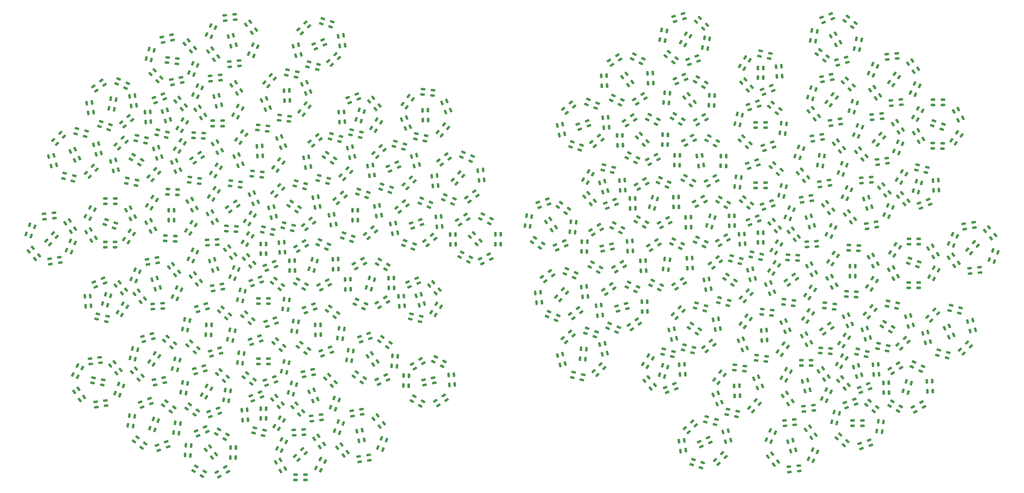
<source format=gbr>
%TF.GenerationSoftware,KiCad,Pcbnew,8.0.5*%
%TF.CreationDate,2024-10-17T15:54:22-04:00*%
%TF.ProjectId,orb_generated,6f72625f-6765-46e6-9572-617465642e6b,rev?*%
%TF.SameCoordinates,Original*%
%TF.FileFunction,Paste,Top*%
%TF.FilePolarity,Positive*%
%FSLAX46Y46*%
G04 Gerber Fmt 4.6, Leading zero omitted, Abs format (unit mm)*
G04 Created by KiCad (PCBNEW 8.0.5) date 2024-10-17 15:54:22*
%MOMM*%
%LPD*%
G01*
G04 APERTURE LIST*
G04 Aperture macros list*
%AMRoundRect*
0 Rectangle with rounded corners*
0 $1 Rounding radius*
0 $2 $3 $4 $5 $6 $7 $8 $9 X,Y pos of 4 corners*
0 Add a 4 corners polygon primitive as box body*
4,1,4,$2,$3,$4,$5,$6,$7,$8,$9,$2,$3,0*
0 Add four circle primitives for the rounded corners*
1,1,$1+$1,$2,$3*
1,1,$1+$1,$4,$5*
1,1,$1+$1,$6,$7*
1,1,$1+$1,$8,$9*
0 Add four rect primitives between the rounded corners*
20,1,$1+$1,$2,$3,$4,$5,0*
20,1,$1+$1,$4,$5,$6,$7,0*
20,1,$1+$1,$6,$7,$8,$9,0*
20,1,$1+$1,$8,$9,$2,$3,0*%
G04 Aperture macros list end*
%ADD10RoundRect,0.200000X0.247487X0.530330X-0.530330X-0.247487X-0.247487X-0.530330X0.530330X0.247487X0*%
%ADD11RoundRect,0.200000X-0.516651X0.274904X0.219393X-0.542556X0.516651X-0.274904X-0.219393X0.542556X0*%
%ADD12RoundRect,0.200000X0.111499X-0.574515X0.283577X0.511942X-0.111499X0.574515X-0.283577X-0.511942X0*%
%ADD13RoundRect,0.200000X0.550000X0.200000X-0.550000X0.200000X-0.550000X-0.200000X0.550000X-0.200000X0*%
%ADD14RoundRect,0.200000X-0.501555X0.301566X0.190697X-0.553294X0.501555X-0.301566X-0.190697X0.553294X0*%
%ADD15RoundRect,0.200000X-0.421103X-0.406414X0.583797X0.040996X0.421103X0.406414X-0.583797X-0.040996X0*%
%ADD16RoundRect,0.200000X0.020252X-0.584884X0.360171X0.461278X-0.020252X0.584884X-0.360171X-0.461278X0*%
%ADD17RoundRect,0.200000X0.583821X0.040652X-0.473566X0.343853X-0.583821X-0.040652X0.473566X-0.343853X0*%
%ADD18RoundRect,0.200000X0.256705X0.525930X-0.534569X-0.238194X-0.256705X-0.525930X0.534569X0.238194X0*%
%ADD19RoundRect,0.200000X-0.020252X0.584884X-0.360171X-0.461278X0.020252X-0.584884X0.360171X0.461278X0*%
%ADD20RoundRect,0.200000X-0.549882X0.200324X0.292767X-0.506742X0.549882X-0.200324X-0.292767X0.506742X0*%
%ADD21RoundRect,0.200000X-0.384079X-0.441569X0.578003X0.091721X0.384079X0.441569X-0.578003X-0.091721X0*%
%ADD22RoundRect,0.200000X-0.200324X-0.549882X0.506742X0.292767X0.200324X0.549882X-0.506742X-0.292767X0*%
%ADD23RoundRect,0.200000X0.360171X-0.461278X0.020252X0.584884X-0.360171X0.461278X-0.020252X-0.584884X0*%
%ADD24RoundRect,0.200000X0.585149X0.010041X-0.454922X0.368166X-0.585149X-0.010041X0.454922X-0.368166X0*%
%ADD25RoundRect,0.200000X-0.582047X-0.061002X0.485278X-0.327116X0.582047X0.061002X-0.485278X0.327116X0*%
%ADD26RoundRect,0.200000X0.435030X0.391470X-0.584872X-0.020597X-0.435030X-0.391470X0.584872X0.020597X0*%
%ADD27RoundRect,0.200000X0.580852X-0.071493X-0.399255X0.427896X-0.580852X0.071493X0.399255X-0.427896X0*%
%ADD28RoundRect,0.200000X-0.511942X-0.283577X0.574515X-0.111499X0.511942X0.283577X-0.574515X0.111499X0*%
%ADD29RoundRect,0.200000X0.579564X0.081278X-0.496399X0.309981X-0.579564X-0.081278X0.496399X-0.309981X0*%
%ADD30RoundRect,0.200000X-0.435030X-0.391470X0.584872X0.020597X0.435030X0.391470X-0.584872X-0.020597X0*%
%ADD31RoundRect,0.200000X-0.101455X0.576374X-0.292468X-0.506915X0.101455X-0.576374X0.292468X0.506915X0*%
%ADD32RoundRect,0.200000X-0.506742X0.292767X0.200324X-0.549882X0.506742X-0.292767X-0.200324X0.549882X0*%
%ADD33RoundRect,0.200000X0.511942X0.283577X-0.574515X0.111499X-0.511942X-0.283577X0.574515X-0.111499X0*%
%ADD34RoundRect,0.200000X0.051178X0.582993X-0.413702X-0.413946X-0.051178X-0.582993X0.413702X0.413946X0*%
%ADD35RoundRect,0.200000X-0.550000X-0.200000X0.550000X-0.200000X0.550000X0.200000X-0.550000X0.200000X0*%
%ADD36RoundRect,0.200000X-0.292767X-0.506742X0.549882X0.200324X0.292767X0.506742X-0.549882X-0.200324X0*%
%ADD37RoundRect,0.200000X0.200000X-0.550000X0.200000X0.550000X-0.200000X0.550000X-0.200000X-0.550000X0*%
%ADD38RoundRect,0.200000X-0.448427X-0.376050X0.585235X0.000173X0.448427X0.376050X-0.585235X-0.000173X0*%
%ADD39RoundRect,0.200000X-0.237879X0.534709X-0.161147X-0.562612X0.237879X-0.534709X0.161147X0.562612X0*%
%ADD40RoundRect,0.200000X0.391470X-0.435030X-0.020597X0.584872X-0.391470X0.435030X0.020597X-0.584872X0*%
%ADD41RoundRect,0.200000X0.190371X-0.553407X0.209568X0.546426X-0.190371X0.553407X-0.209568X-0.546426X0*%
%ADD42RoundRect,0.200000X0.301270X-0.501733X0.091380X0.578057X-0.301270X0.501733X-0.091380X-0.578057X0*%
%ADD43RoundRect,0.200000X0.237879X-0.534709X0.161147X0.562612X-0.237879X0.534709X-0.161147X-0.562612X0*%
%ADD44RoundRect,0.200000X-0.061002X0.582047X-0.327116X-0.485278X0.061002X-0.582047X0.327116X0.485278X0*%
%ADD45RoundRect,0.200000X0.521370X-0.265845X-0.228828X0.538644X-0.521370X0.265845X0.228828X-0.538644X0*%
%ADD46RoundRect,0.200000X-0.538644X0.228828X0.265845X-0.521370X0.538644X-0.228828X-0.265845X0.521370X0*%
%ADD47RoundRect,0.200000X0.352341X0.467286X-0.570197X-0.131817X-0.352341X-0.467286X0.570197X0.131817X0*%
%ADD48RoundRect,0.200000X0.091721X0.578003X-0.441569X-0.384079X-0.091721X-0.578003X0.441569X0.384079X0*%
%ADD49RoundRect,0.200000X0.081620X0.579515X-0.434799X-0.391727X-0.081620X-0.579515X0.434799X0.391727X0*%
%ADD50RoundRect,0.200000X-0.318887X-0.490725X0.559613X0.171271X0.318887X0.490725X-0.559613X-0.171271X0*%
%ADD51RoundRect,0.200000X0.473364X-0.344132X-0.141749X0.567809X-0.473364X0.344132X0.141749X-0.567809X0*%
%ADD52RoundRect,0.200000X0.151637X0.565249X-0.479297X-0.335818X-0.151637X-0.565249X0.479297X0.335818X0*%
%ADD53RoundRect,0.200000X0.091380X-0.578057X0.301270X0.501733X-0.091380X0.578057X-0.301270X-0.501733X0*%
%ADD54RoundRect,0.200000X0.010386X0.585143X-0.383818X-0.441796X-0.010386X-0.585143X0.383818X0.441796X0*%
%ADD55RoundRect,0.200000X-0.427896X0.399255X0.071493X-0.580852X0.427896X-0.399255X-0.071493X0.580852X0*%
%ADD56RoundRect,0.200000X0.265537X-0.521527X0.131481X0.570274X-0.265537X0.521527X-0.131481X-0.570274X0*%
%ADD57RoundRect,0.200000X0.121846X0.572410X-0.461065X-0.360443X-0.121846X-0.572410X0.461065X0.360443X0*%
%ADD58RoundRect,0.200000X0.582011X-0.061345X-0.406662X0.420863X-0.582011X0.061345X0.406662X-0.420863X0*%
%ADD59RoundRect,0.200000X-0.406662X-0.420863X0.582011X0.061345X0.406662X0.420863X-0.582011X-0.061345X0*%
%ADD60RoundRect,0.200000X-0.454704X0.368434X0.111837X-0.574450X0.454704X-0.368434X-0.111837X0.574450X0*%
%ADD61RoundRect,0.200000X-0.352341X-0.467286X0.570197X0.131817X0.352341X0.467286X-0.570197X-0.131817X0*%
%ADD62RoundRect,0.200000X0.061002X-0.582047X0.327116X0.485278X-0.061002X0.582047X-0.327116X-0.485278X0*%
%ADD63RoundRect,0.200000X0.490913X0.318597X-0.580894X0.071151X-0.490913X-0.318597X0.580894X-0.071151X0*%
%ADD64RoundRect,0.200000X0.151303X-0.565338X0.247175X0.530476X-0.151303X0.565338X-0.247175X-0.530476X0*%
%ADD65RoundRect,0.200000X0.583023X0.050835X-0.479495X0.335536X-0.583023X-0.050835X0.479495X-0.335536X0*%
%ADD66RoundRect,0.200000X-0.256705X-0.525930X0.534569X0.238194X0.256705X0.525930X-0.534569X-0.238194X0*%
%ADD67RoundRect,0.200000X0.506742X-0.292767X-0.200324X0.549882X-0.506742X0.292767X0.200324X-0.549882X0*%
%ADD68RoundRect,0.200000X-0.454922X-0.368166X0.585149X-0.010041X0.454922X0.368166X-0.585149X0.010041X0*%
%ADD69RoundRect,0.200000X0.534709X0.237879X-0.562612X0.161147X-0.534709X-0.237879X0.562612X-0.161147X0*%
%ADD70RoundRect,0.200000X-0.570274X-0.131481X0.521527X-0.265537X0.570274X0.131481X-0.521527X0.265537X0*%
%ADD71RoundRect,0.200000X-0.534709X-0.237879X0.562612X-0.161147X0.534709X0.237879X-0.562612X0.161147X0*%
%ADD72RoundRect,0.200000X0.141414X-0.567893X0.256395X0.526081X-0.141414X0.567893X-0.256395X-0.526081X0*%
%ADD73RoundRect,0.200000X0.570274X0.131481X-0.521527X0.265537X-0.570274X-0.131481X0.521527X-0.265537X0*%
%ADD74RoundRect,0.200000X0.559713X0.170941X-0.538779X0.228511X-0.559713X-0.170941X0.538779X-0.228511X0*%
%ADD75RoundRect,0.200000X-0.553294X0.190697X0.301566X-0.501555X0.553294X-0.190697X-0.301566X0.501555X0*%
%ADD76RoundRect,0.200000X0.399003X-0.428131X-0.030801X0.584424X-0.399003X0.428131X0.030801X-0.584424X0*%
%ADD77RoundRect,0.200000X-0.516813X-0.274599X0.572482X-0.121508X0.516813X0.274599X-0.572482X0.121508X0*%
%ADD78RoundRect,0.200000X0.567893X0.141414X-0.526081X0.256395X-0.567893X-0.141414X0.526081X-0.256395X0*%
%ADD79RoundRect,0.200000X-0.574450X0.111837X0.368434X-0.454704X0.574450X-0.111837X-0.368434X0.454704X0*%
%ADD80RoundRect,0.200000X-0.219073X0.542685X-0.180683X-0.556645X0.219073X-0.542685X0.180683X0.556645X0*%
%ADD81RoundRect,0.200000X-0.161147X0.562612X-0.237879X-0.534709X0.161147X-0.562612X0.237879X0.534709X0*%
%ADD82RoundRect,0.200000X0.309981X-0.496399X0.081278X0.579564X-0.309981X0.496399X-0.081278X-0.579564X0*%
%ADD83RoundRect,0.200000X-0.200000X0.550000X-0.200000X-0.550000X0.200000X-0.550000X0.200000X0.550000X0*%
%ADD84RoundRect,0.200000X0.582047X0.061002X-0.485278X0.327116X-0.582047X-0.061002X0.485278X-0.327116X0*%
%ADD85RoundRect,0.200000X0.020597X0.584872X-0.391470X-0.435030X-0.020597X-0.584872X0.391470X0.435030X0*%
%ADD86RoundRect,0.200000X0.526081X0.256395X-0.567893X0.141414X-0.526081X-0.256395X0.567893X-0.141414X0*%
%ADD87RoundRect,0.200000X-0.071493X-0.580852X0.427896X0.399255X0.071493X0.580852X-0.427896X-0.399255X0*%
%ADD88RoundRect,0.200000X0.434799X-0.391727X-0.081620X0.579515X-0.434799X0.391727X0.081620X-0.579515X0*%
%ADD89RoundRect,0.200000X-0.121846X-0.572410X0.461065X0.360443X0.121846X0.572410X-0.461065X-0.360443X0*%
%ADD90RoundRect,0.200000X0.180683X-0.556645X0.219073X0.542685X-0.180683X0.556645X-0.219073X-0.542685X0*%
%ADD91RoundRect,0.200000X0.181012X0.556538X-0.496216X-0.310274X-0.181012X-0.556538X0.496216X0.310274X0*%
%ADD92RoundRect,0.200000X-0.121508X0.572482X-0.274599X-0.516813X0.121508X-0.572482X0.274599X0.516813X0*%
%ADD93RoundRect,0.200000X0.506915X0.292468X-0.576374X0.101455X-0.506915X-0.292468X0.576374X-0.101455X0*%
%ADD94RoundRect,0.200000X0.121508X-0.572482X0.274599X0.516813X-0.121508X0.572482X-0.274599X-0.516813X0*%
%ADD95RoundRect,0.200000X-0.161478X-0.562516X0.485085X0.327402X0.161478X0.562516X-0.485085X-0.327402X0*%
%ADD96RoundRect,0.200000X-0.020597X-0.584872X0.391470X0.435030X0.020597X0.584872X-0.391470X-0.435030X0*%
%ADD97RoundRect,0.200000X-0.180683X0.556645X-0.219073X-0.542685X0.180683X-0.556645X0.219073X0.542685X0*%
%ADD98RoundRect,0.200000X-0.479297X0.335818X0.151637X-0.565249X0.479297X-0.335818X-0.151637X0.565249X0*%
%ADD99RoundRect,0.200000X-0.572410X0.121846X0.360443X-0.461065X0.572410X-0.121846X-0.360443X0.461065X0*%
%ADD100RoundRect,0.200000X0.131817X0.570197X-0.467286X-0.352341X-0.131817X-0.570197X0.467286X0.352341X0*%
%ADD101RoundRect,0.200000X-0.496216X0.310274X0.181012X-0.556538X0.496216X-0.310274X-0.181012X0.556538X0*%
%ADD102RoundRect,0.200000X0.549882X-0.200324X-0.292767X0.506742X-0.549882X0.200324X0.292767X-0.506742X0*%
%ADD103RoundRect,0.200000X0.327116X-0.485278X0.061002X0.582047X-0.327116X0.485278X-0.061002X-0.582047X0*%
%ADD104RoundRect,0.200000X0.562516X-0.161478X-0.327402X0.485085X-0.562516X0.161478X0.327402X-0.485085X0*%
%ADD105RoundRect,0.200000X-0.327402X-0.485085X0.562516X0.161478X0.327402X0.485085X-0.562516X-0.161478X0*%
%ADD106RoundRect,0.200000X0.219073X-0.542685X0.180683X0.556645X-0.219073X0.542685X-0.180683X-0.556645X0*%
%ADD107RoundRect,0.200000X-0.562516X0.161478X0.327402X-0.485085X0.562516X-0.161478X-0.327402X0.485085X0*%
%ADD108RoundRect,0.200000X-0.584872X0.020597X0.435030X-0.391470X0.584872X-0.020597X-0.435030X0.391470X0*%
%ADD109RoundRect,0.200000X0.209891X0.546302X-0.511774X-0.283878X-0.209891X-0.546302X0.511774X0.283878X0*%
%ADD110RoundRect,0.200000X-0.441796X-0.383818X0.585143X0.010386X0.441796X0.383818X-0.585143X-0.010386X0*%
%ADD111RoundRect,0.200000X-0.473364X0.344132X0.141749X-0.567809X0.473364X-0.344132X-0.141749X0.567809X0*%
%ADD112RoundRect,0.200000X-0.101795X-0.576314X0.448205X0.376314X0.101795X0.576314X-0.448205X-0.376314X0*%
%ADD113RoundRect,0.200000X0.585235X-0.000173X-0.448427X0.376050X-0.585235X0.000173X0.448427X-0.376050X0*%
%ADD114RoundRect,0.200000X0.040996X0.583797X-0.406414X-0.421103X-0.040996X-0.583797X0.406414X0.421103X0*%
%ADD115RoundRect,0.200000X0.071493X0.580852X-0.427896X-0.399255X-0.071493X-0.580852X0.427896X0.399255X0*%
%ADD116RoundRect,0.200000X0.228511X-0.538779X0.170941X0.559713X-0.228511X0.538779X-0.170941X-0.559713X0*%
%ADD117RoundRect,0.200000X0.171271X0.559613X-0.490725X-0.318887X-0.171271X-0.559613X0.490725X0.318887X0*%
%ADD118RoundRect,0.200000X-0.219393X-0.542556X0.516651X0.274904X0.219393X0.542556X-0.516651X-0.274904X0*%
%ADD119RoundRect,0.200000X0.292767X0.506742X-0.549882X-0.200324X-0.292767X-0.506742X0.549882X0.200324X0*%
%ADD120RoundRect,0.200000X0.448427X0.376050X-0.585235X-0.000173X-0.448427X-0.376050X0.585235X0.000173X0*%
%ADD121RoundRect,0.200000X-0.292468X0.506915X-0.101455X-0.576374X0.292468X-0.506915X0.101455X0.576374X0*%
%ADD122RoundRect,0.200000X0.579515X-0.081620X-0.391727X0.434799X-0.579515X0.081620X0.391727X-0.434799X0*%
%ADD123RoundRect,0.200000X-0.335536X0.479495X-0.050835X-0.583023X0.335536X-0.479495X0.050835X0.583023X0*%
%ADD124RoundRect,0.200000X-0.485085X0.327402X0.161478X-0.562516X0.485085X-0.327402X-0.161478X0.562516X0*%
%ADD125RoundRect,0.200000X0.265845X0.521370X-0.538644X-0.228828X-0.265845X-0.521370X0.538644X0.228828X0*%
%ADD126RoundRect,0.200000X-0.344132X-0.473364X0.567809X0.141749X0.344132X0.473364X-0.567809X-0.141749X0*%
%ADD127RoundRect,0.200000X0.101455X-0.576374X0.292468X0.506915X-0.101455X0.576374X-0.292468X-0.506915X0*%
%ADD128RoundRect,0.200000X0.572410X-0.121846X-0.360443X0.461065X-0.572410X0.121846X0.360443X-0.461065X0*%
%ADD129RoundRect,0.200000X0.562612X0.161147X-0.534709X0.237879X-0.562612X-0.161147X0.534709X-0.237879X0*%
%ADD130RoundRect,0.200000X-0.141749X-0.567809X0.473364X0.344132X0.141749X0.567809X-0.473364X-0.344132X0*%
%ADD131RoundRect,0.200000X0.421103X0.406414X-0.583797X-0.040996X-0.421103X-0.406414X0.583797X0.040996X0*%
%ADD132RoundRect,0.200000X-0.181012X-0.556538X0.496216X0.310274X0.181012X0.556538X-0.496216X-0.310274X0*%
%ADD133RoundRect,0.200000X0.274599X-0.516813X0.121508X0.572482X-0.274599X0.516813X-0.121508X-0.572482X0*%
%ADD134RoundRect,0.200000X0.238194X0.534569X-0.525930X-0.256705X-0.238194X-0.534569X0.525930X0.256705X0*%
%ADD135RoundRect,0.200000X-0.360443X-0.461065X0.572410X0.121846X0.360443X0.461065X-0.572410X-0.121846X0*%
%ADD136RoundRect,0.200000X-0.238194X-0.534569X0.525930X0.256705X0.238194X0.534569X-0.525930X-0.256705X0*%
%ADD137RoundRect,0.200000X0.360443X0.461065X-0.572410X-0.121846X-0.360443X-0.461065X0.572410X0.121846X0*%
%ADD138RoundRect,0.200000X0.256395X-0.526081X0.141414X0.567893X-0.256395X0.526081X-0.141414X-0.567893X0*%
%ADD139RoundRect,0.200000X0.559613X-0.171271X-0.318887X0.490725X-0.559613X0.171271X0.318887X-0.490725X0*%
%ADD140RoundRect,0.200000X0.496399X0.309981X-0.579564X0.081278X-0.496399X-0.309981X0.579564X-0.081278X0*%
%ADD141RoundRect,0.200000X-0.585235X0.000173X0.448427X-0.376050X0.585235X-0.000173X-0.448427X0.376050X0*%
%ADD142RoundRect,0.200000X-0.376314X-0.448205X0.576314X0.101795X0.376314X0.448205X-0.576314X-0.101795X0*%
%ADD143RoundRect,0.200000X0.580894X0.071151X-0.490913X0.318597X-0.580894X-0.071151X0.490913X-0.318597X0*%
%ADD144RoundRect,0.200000X0.485085X-0.327402X-0.161478X0.562516X-0.485085X0.327402X0.161478X-0.562516X0*%
%ADD145RoundRect,0.200000X-0.553407X-0.190371X0.546426X-0.209568X0.553407X0.190371X-0.546426X0.209568X0*%
%ADD146RoundRect,0.200000X-0.580852X0.071493X0.399255X-0.427896X0.580852X-0.071493X-0.399255X0.427896X0*%
%ADD147RoundRect,0.200000X0.219393X0.542556X-0.516651X-0.274904X-0.219393X-0.542556X0.516651X0.274904X0*%
%ADD148RoundRect,0.200000X0.578003X-0.091721X-0.384079X0.441569X-0.578003X0.091721X0.384079X-0.441569X0*%
%ADD149RoundRect,0.200000X0.335536X-0.479495X0.050835X0.583023X-0.335536X0.479495X-0.050835X-0.583023X0*%
%ADD150RoundRect,0.200000X0.071151X-0.580894X0.318597X0.490913X-0.071151X0.580894X-0.318597X-0.490913X0*%
%ADD151RoundRect,0.200000X-0.040652X0.583821X-0.343853X-0.473566X0.040652X-0.583821X0.343853X0.473566X0*%
%ADD152RoundRect,0.200000X-0.582011X0.061345X0.406662X-0.420863X0.582011X-0.061345X-0.406662X0.420863X0*%
%ADD153RoundRect,0.200000X0.141749X0.567809X-0.473364X-0.344132X-0.141749X-0.567809X0.473364X0.344132X0*%
%ADD154RoundRect,0.200000X-0.000173X-0.585235X0.376050X0.448427X0.000173X0.585235X-0.376050X-0.448427X0*%
%ADD155RoundRect,0.200000X-0.448205X0.376314X0.101795X-0.576314X0.448205X-0.376314X-0.101795X0.576314X0*%
%ADD156RoundRect,0.200000X-0.360171X0.461278X-0.020252X-0.584884X0.360171X-0.461278X0.020252X0.584884X0*%
%ADD157RoundRect,0.200000X-0.556538X0.181012X0.310274X-0.496216X0.556538X-0.181012X-0.310274X0.496216X0*%
%ADD158RoundRect,0.200000X0.473566X0.343853X-0.583821X0.040652X-0.473566X-0.343853X0.583821X-0.040652X0*%
%ADD159RoundRect,0.200000X-0.467493X-0.352065X0.584442X-0.030457X0.467493X0.352065X-0.584442X0.030457X0*%
%ADD160RoundRect,0.200000X-0.490913X-0.318597X0.580894X-0.071151X0.490913X0.318597X-0.580894X0.071151X0*%
%ADD161RoundRect,0.200000X-0.473566X-0.343853X0.583821X-0.040652X0.473566X0.343853X-0.583821X0.040652X0*%
%ADD162RoundRect,0.200000X0.283577X-0.511942X0.111499X0.574515X-0.283577X0.511942X-0.111499X-0.574515X0*%
%ADD163RoundRect,0.200000X-0.506915X-0.292468X0.576374X-0.101455X0.506915X0.292468X-0.576374X0.101455X0*%
%ADD164RoundRect,0.200000X0.292468X-0.506915X0.101455X0.576374X-0.292468X0.506915X-0.101455X-0.576374X0*%
%ADD165RoundRect,0.200000X-0.579515X0.081620X0.391727X-0.434799X0.579515X-0.081620X-0.391727X0.434799X0*%
%ADD166RoundRect,0.200000X-0.521527X-0.265537X0.570274X-0.131481X0.521527X0.265537X-0.570274X0.131481X0*%
%ADD167RoundRect,0.200000X-0.420863X0.406662X0.061345X-0.582011X0.420863X-0.406662X-0.061345X0.582011X0*%
%ADD168RoundRect,0.200000X-0.274904X-0.516651X0.542556X0.219393X0.274904X0.516651X-0.542556X-0.219393X0*%
%ADD169RoundRect,0.200000X0.448205X-0.376314X-0.101795X0.576314X-0.448205X0.376314X0.101795X-0.576314X0*%
%ADD170RoundRect,0.200000X-0.010386X-0.585143X0.383818X0.441796X0.010386X0.585143X-0.383818X-0.441796X0*%
%ADD171RoundRect,0.200000X0.327402X0.485085X-0.562516X-0.161478X-0.327402X-0.485085X0.562516X0.161478X0*%
%ADD172RoundRect,0.200000X0.584424X-0.030801X-0.428131X0.399003X-0.584424X0.030801X0.428131X-0.399003X0*%
%ADD173RoundRect,0.200000X-0.081278X0.579564X-0.309981X-0.496399X0.081278X-0.579564X0.309981X0.496399X0*%
%ADD174RoundRect,0.200000X-0.327116X0.485278X-0.061002X-0.582047X0.327116X-0.485278X0.061002X0.582047X0*%
%ADD175RoundRect,0.200000X-0.111499X0.574515X-0.283577X-0.511942X0.111499X-0.574515X0.283577X0.511942X0*%
%ADD176RoundRect,0.200000X-0.141414X0.567893X-0.256395X-0.526081X0.141414X-0.567893X0.256395X0.526081X0*%
%ADD177RoundRect,0.200000X-0.530476X-0.247175X0.565338X-0.151303X0.530476X0.247175X-0.565338X0.151303X0*%
%ADD178RoundRect,0.200000X-0.434799X0.391727X0.081620X-0.579515X0.434799X-0.391727X-0.081620X0.579515X0*%
%ADD179RoundRect,0.200000X0.384079X0.441569X-0.578003X-0.091721X-0.384079X-0.441569X0.578003X0.091721X0*%
%ADD180RoundRect,0.200000X-0.309981X0.496399X-0.081278X-0.579564X0.309981X-0.496399X0.081278X0.579564X0*%
%ADD181RoundRect,0.200000X-0.247487X-0.530330X0.530330X0.247487X0.247487X0.530330X-0.530330X-0.247487X0*%
%ADD182RoundRect,0.200000X-0.283878X-0.511774X0.546302X0.209891X0.283878X0.511774X-0.546302X-0.209891X0*%
%ADD183RoundRect,0.200000X-0.283577X0.511942X-0.111499X-0.574515X0.283577X-0.511942X0.111499X0.574515X0*%
%ADD184RoundRect,0.200000X0.496216X-0.310274X-0.181012X0.556538X-0.496216X0.310274X0.181012X-0.556538X0*%
%ADD185RoundRect,0.200000X-0.413946X-0.413702X0.582993X0.051178X0.413946X0.413702X-0.582993X-0.051178X0*%
%ADD186RoundRect,0.200000X-0.511774X0.283878X0.209891X-0.546302X0.511774X-0.283878X-0.209891X0.546302X0*%
%ADD187RoundRect,0.200000X-0.391727X-0.434799X0.579515X0.081620X0.391727X0.434799X-0.579515X-0.081620X0*%
%ADD188RoundRect,0.200000X-0.530330X0.247487X0.247487X-0.530330X0.530330X-0.247487X-0.247487X0.530330X0*%
%ADD189RoundRect,0.200000X-0.171271X-0.559613X0.490725X0.318887X0.171271X0.559613X-0.490725X-0.318887X0*%
%ADD190RoundRect,0.200000X-0.391470X0.435030X0.020597X-0.584872X0.391470X-0.435030X-0.020597X0.584872X0*%
%ADD191RoundRect,0.200000X0.574450X-0.111837X-0.368434X0.454704X-0.574450X0.111837X0.368434X-0.454704X0*%
%ADD192RoundRect,0.200000X-0.399255X-0.427896X0.580852X0.071493X0.399255X0.427896X-0.580852X-0.071493X0*%
%ADD193RoundRect,0.200000X-0.585149X-0.010041X0.454922X-0.368166X0.585149X0.010041X-0.454922X0.368166X0*%
%ADD194RoundRect,0.200000X0.582993X-0.051178X-0.413946X0.413702X-0.582993X0.051178X0.413946X-0.413702X0*%
%ADD195RoundRect,0.200000X-0.542556X0.219393X0.274904X-0.516651X0.542556X-0.219393X-0.274904X0.516651X0*%
%ADD196RoundRect,0.200000X0.343853X-0.473566X0.040652X0.583821X-0.343853X0.473566X-0.040652X-0.583821X0*%
%ADD197RoundRect,0.200000X-0.534569X0.238194X0.256705X-0.525930X0.534569X-0.238194X-0.256705X0.525930X0*%
%ADD198RoundRect,0.200000X0.101795X0.576314X-0.448205X-0.376314X-0.101795X-0.576314X0.448205X0.376314X0*%
%ADD199RoundRect,0.200000X-0.576314X0.101795X0.376314X-0.448205X0.576314X-0.101795X-0.376314X0.448205X0*%
%ADD200RoundRect,0.200000X0.441569X-0.384079X-0.091721X0.578003X-0.441569X0.384079X0.091721X-0.578003X0*%
%ADD201RoundRect,0.200000X-0.071151X0.580894X-0.318597X-0.490913X0.071151X-0.580894X0.318597X0.490913X0*%
%ADD202RoundRect,0.200000X-0.343853X0.473566X-0.040652X-0.583821X0.343853X-0.473566X0.040652X0.583821X0*%
%ADD203RoundRect,0.200000X0.538644X-0.228828X-0.265845X0.521370X-0.538644X0.228828X0.265845X-0.521370X0*%
%ADD204RoundRect,0.200000X-0.525930X0.256705X0.238194X-0.534569X0.525930X-0.256705X-0.238194X0.534569X0*%
%ADD205RoundRect,0.200000X0.516651X-0.274904X-0.219393X0.542556X-0.516651X0.274904X0.219393X-0.542556X0*%
G04 APERTURE END LIST*
D10*
%TO.C,LED549*%
X-66027020Y37140330D03*
X-67285670Y38398980D03*
X-69604980Y36079670D03*
X-68346330Y34821020D03*
%TD*%
D11*
%TO.C,LED232*%
X-42212976Y-39688717D03*
X-43535773Y-40879769D03*
X-41341024Y-43317283D03*
X-40018227Y-42126231D03*
%TD*%
D12*
%TO.C,LED599*%
X9365404Y-27182583D03*
X11123490Y-27461036D03*
X11636596Y-24221417D03*
X9878510Y-23942964D03*
%TD*%
D13*
%TO.C,LED88*%
X-13472000Y40673000D03*
X-13472000Y42453000D03*
X-16752000Y42453000D03*
X-16752000Y40673000D03*
%TD*%
D14*
%TO.C,LED508*%
X178381662Y26214994D03*
X176998342Y25094805D03*
X179062512Y22545766D03*
X180445832Y23665955D03*
%TD*%
D15*
%TO.C,LED66*%
X136279876Y56418388D03*
X137003868Y54792277D03*
X140000298Y56126372D03*
X139276306Y57752483D03*
%TD*%
D16*
%TO.C,LED165*%
X8251772Y-47603707D03*
X9944653Y-48153757D03*
X10958228Y-45034293D03*
X9265347Y-44484243D03*
%TD*%
D17*
%TO.C,LED141*%
X25201152Y35529432D03*
X25691785Y37240478D03*
X22538848Y38144568D03*
X22048215Y36433522D03*
%TD*%
D18*
%TO.C,LED272*%
X153155050Y-68993592D03*
X151918559Y-67713169D03*
X149559124Y-69991648D03*
X150795615Y-71272071D03*
%TD*%
D19*
%TO.C,LED397*%
X130570315Y16528088D03*
X128877435Y17078138D03*
X127863859Y13958672D03*
X129556739Y13408622D03*
%TD*%
D17*
%TO.C,LED170*%
X9562152Y6038432D03*
X10052785Y7749478D03*
X6899848Y8653568D03*
X6409215Y6942522D03*
%TD*%
D20*
%TO.C,LED162*%
X-5380232Y-41248049D03*
X-6524394Y-42611608D03*
X-4011768Y-44719951D03*
X-2867606Y-43356392D03*
%TD*%
D21*
%TO.C,LED592*%
X18292144Y-11970677D03*
X19155105Y-13527499D03*
X22023856Y-11937323D03*
X21160895Y-10380501D03*
%TD*%
D22*
%TO.C,LED576*%
X57689049Y38707768D03*
X59052608Y37563606D03*
X61160951Y40076232D03*
X59797392Y41220394D03*
%TD*%
D23*
%TO.C,LED194*%
X112421435Y18755622D03*
X114114315Y19305672D03*
X113100739Y22425138D03*
X111407859Y21875088D03*
%TD*%
D24*
%TO.C,LED560*%
X-51217105Y39442557D03*
X-50637594Y41125580D03*
X-53738895Y42193443D03*
X-54318406Y40510420D03*
%TD*%
D25*
%TO.C,LED188*%
X49115025Y-21599685D03*
X48684404Y-23326812D03*
X51866975Y-24120315D03*
X52297596Y-22393188D03*
%TD*%
D26*
%TO.C,LED198*%
X220840068Y14687541D03*
X220173270Y16337929D03*
X217132106Y15109219D03*
X217798904Y13458831D03*
%TD*%
D27*
%TO.C,LED404*%
X138069286Y132840D03*
X138877389Y1718831D03*
X135954888Y3207920D03*
X135146785Y1621929D03*
%TD*%
D28*
%TO.C,LED436*%
X31585964Y-68856510D03*
X31864418Y-70614595D03*
X35104036Y-70101490D03*
X34825582Y-68343405D03*
%TD*%
D29*
%TO.C,LED231*%
X-53395879Y-45160527D03*
X-53025796Y-43419424D03*
X-56234121Y-42737473D03*
X-56604204Y-44478576D03*
%TD*%
D30*
%TO.C,LED501*%
X165192106Y52845219D03*
X165858904Y51194831D03*
X168900068Y52423541D03*
X168233270Y54073929D03*
%TD*%
D31*
%TO.C,LED205*%
X185842349Y30689917D03*
X184089391Y30999012D03*
X183519825Y27768843D03*
X185272783Y27459748D03*
%TD*%
D32*
%TO.C,LED491*%
X211578695Y18429774D03*
X210215136Y17285611D03*
X212323479Y14772986D03*
X213687038Y15917149D03*
%TD*%
D33*
%TO.C,LED310*%
X-67288964Y-4564490D03*
X-67567418Y-2806405D03*
X-70807036Y-3319510D03*
X-70528582Y-5077595D03*
%TD*%
D34*
%TO.C,LED350*%
X-27105292Y-13588785D03*
X-28718520Y-12836525D03*
X-30104708Y-15809215D03*
X-28491480Y-16561475D03*
%TD*%
D35*
%TO.C,LED214*%
X221817087Y49442380D03*
X221817087Y47662380D03*
X225097087Y47662380D03*
X225097087Y49442380D03*
%TD*%
D36*
%TO.C,LED382*%
X44070606Y13654608D03*
X45214768Y12291049D03*
X47727394Y14399392D03*
X46583232Y15762951D03*
%TD*%
D37*
%TO.C,LED209*%
X163811087Y2074380D03*
X165591087Y2074380D03*
X165591087Y5354380D03*
X163811087Y5354380D03*
%TD*%
D38*
%TO.C,LED497*%
X160514593Y47821794D03*
X161123389Y46149141D03*
X164205581Y47270966D03*
X163596785Y48943619D03*
%TD*%
D39*
%TO.C,LED248*%
X203714518Y-38299532D03*
X201938855Y-38423698D03*
X202167656Y-41695708D03*
X203943319Y-41571542D03*
%TD*%
D40*
%TO.C,LED356*%
X60375161Y45301019D03*
X62025548Y45967819D03*
X60796839Y49008981D03*
X59146452Y48342181D03*
%TD*%
D41*
%TO.C,LED407*%
X132148601Y34539163D03*
X133928331Y34508097D03*
X133985573Y37787597D03*
X132205843Y37818663D03*
%TD*%
D39*
%TO.C,LED107*%
X223553518Y22759468D03*
X221777855Y22635302D03*
X222006656Y19363292D03*
X223782319Y19487458D03*
%TD*%
D42*
%TO.C,LED384*%
X37418280Y10814312D03*
X39165575Y11153951D03*
X38539720Y14373688D03*
X36792425Y14034049D03*
%TD*%
D27*
%TO.C,LED605*%
X123263286Y-14167160D03*
X124071389Y-12581169D03*
X121148888Y-11092080D03*
X120340785Y-12678071D03*
%TD*%
D43*
%TO.C,LED142*%
X25188569Y42013912D03*
X26964232Y42138078D03*
X26735431Y45410088D03*
X24959768Y45285922D03*
%TD*%
D44*
%TO.C,LED266*%
X190780402Y-54541645D03*
X189053276Y-54111025D03*
X188259772Y-57293595D03*
X189986898Y-57724215D03*
%TD*%
D17*
%TO.C,LED296*%
X142162239Y-34430188D03*
X142652872Y-32719142D03*
X139499935Y-31815052D03*
X139009302Y-33526098D03*
%TD*%
D45*
%TO.C,LED217*%
X-35089428Y55519601D03*
X-33787618Y56733558D03*
X-36024572Y59132399D03*
X-37326382Y57918442D03*
%TD*%
D10*
%TO.C,LED555*%
X-55220020Y26217330D03*
X-56478670Y27475980D03*
X-58797980Y25156670D03*
X-57539330Y23898020D03*
%TD*%
D46*
%TO.C,LED341*%
X-23916442Y-30742618D03*
X-25130398Y-32044427D03*
X-22731558Y-34281382D03*
X-21517602Y-32979573D03*
%TD*%
D30*
%TO.C,LED449*%
X113252106Y15109219D03*
X113918904Y13458831D03*
X116960068Y14687541D03*
X116293270Y16337929D03*
%TD*%
D47*
%TO.C,LED291*%
X139599235Y-11469829D03*
X138629779Y-9976996D03*
X135878939Y-11763411D03*
X136848395Y-13256244D03*
%TD*%
D48*
%TO.C,LED110*%
X218340587Y45711275D03*
X216783763Y46574236D03*
X215193587Y43705485D03*
X216750411Y42842524D03*
%TD*%
D17*
%TO.C,LED282*%
X149556239Y-58290188D03*
X150046872Y-56579142D03*
X146893935Y-55675052D03*
X146403302Y-57386098D03*
%TD*%
D49*
%TO.C,LED277*%
X174716844Y-40736416D03*
X173145197Y-39900757D03*
X171605330Y-42796824D03*
X173176977Y-43632483D03*
%TD*%
D50*
%TO.C,LED631*%
X101567709Y-21588811D03*
X102638940Y-23010384D03*
X105258465Y-21036429D03*
X104187234Y-19614856D03*
%TD*%
D51*
%TO.C,LED94*%
X-8759767Y51457697D03*
X-7284080Y52453060D03*
X-9118233Y55172303D03*
X-10593920Y54176940D03*
%TD*%
D23*
%TO.C,LED132*%
X-16795652Y-7181758D03*
X-15102772Y-6631708D03*
X-16116348Y-3512242D03*
X-17809228Y-4062292D03*
%TD*%
D52*
%TO.C,LED547*%
X231259798Y37612306D03*
X229801707Y38633272D03*
X227920376Y35946454D03*
X229378467Y34925488D03*
%TD*%
D53*
%TO.C,LED210*%
X-51170575Y46537952D03*
X-49423280Y46198312D03*
X-48797425Y49418048D03*
X-50544720Y49757688D03*
%TD*%
D54*
%TO.C,LED514*%
X178920697Y33177504D03*
X177258924Y33815399D03*
X176083477Y30753256D03*
X177745250Y30115361D03*
%TD*%
D55*
%TO.C,LED322*%
X-37228549Y9478302D03*
X-38814540Y8670200D03*
X-37325451Y5747698D03*
X-35739460Y6555800D03*
%TD*%
D56*
%TO.C,LED622*%
X90462586Y-17890861D03*
X92229319Y-17673932D03*
X91829588Y-14418379D03*
X90062855Y-14635308D03*
%TD*%
D57*
%TO.C,LED482*%
X213021917Y24737550D03*
X211512392Y25680807D03*
X209774257Y22899210D03*
X211283782Y21955953D03*
%TD*%
D58*
%TO.C,LED395*%
X20914872Y-76855D03*
X21695173Y1522998D03*
X18747128Y2960855D03*
X17966827Y1361002D03*
%TD*%
D43*
%TO.C,LED208*%
X157788656Y1545292D03*
X159564319Y1669458D03*
X159335518Y4941468D03*
X157559855Y4817302D03*
%TD*%
D59*
%TO.C,LED441*%
X37577827Y-43263002D03*
X38358129Y-44862856D03*
X41306173Y-43424998D03*
X40525871Y-41825144D03*
%TD*%
D60*
%TO.C,LED196*%
X221684303Y1031518D03*
X220158547Y114751D03*
X221847871Y-2696758D03*
X223373627Y-1779991D03*
%TD*%
D40*
%TO.C,LED157*%
X16400161Y-50448981D03*
X18050549Y-49782183D03*
X16821839Y-46741019D03*
X15171451Y-47407817D03*
%TD*%
D34*
%TO.C,LED216*%
X217359795Y53991595D03*
X215746567Y54743855D03*
X214360379Y51771165D03*
X215973607Y51018905D03*
%TD*%
D61*
%TO.C,LED411*%
X122848939Y49538589D03*
X123818395Y48045756D03*
X126569235Y49832171D03*
X125599779Y51325004D03*
%TD*%
D62*
%TO.C,LED581*%
X6021685Y-40539975D03*
X7748811Y-40970595D03*
X8542315Y-37788025D03*
X6815189Y-37357405D03*
%TD*%
D63*
%TO.C,LED62*%
X-30045826Y69177731D03*
X-30446240Y70912109D03*
X-33642174Y70174269D03*
X-33241760Y68439891D03*
%TD*%
D64*
%TO.C,LED186*%
X42464451Y-38777190D03*
X44237678Y-38932328D03*
X44523549Y-35664810D03*
X42750322Y-35509672D03*
%TD*%
D65*
%TO.C,LED558*%
X-59030230Y37273863D03*
X-58569532Y38993210D03*
X-61737770Y39842137D03*
X-62198468Y38122790D03*
%TD*%
D27*
%TO.C,LED612*%
X131125286Y-13574160D03*
X131933389Y-11988169D03*
X129010888Y-10499080D03*
X128202785Y-12085071D03*
%TD*%
D23*
%TO.C,LED301*%
X-35823652Y-13363758D03*
X-34130772Y-12813708D03*
X-35144348Y-9694242D03*
X-36837228Y-10244292D03*
%TD*%
D66*
%TO.C,LED562*%
X46483036Y21339973D03*
X47719528Y20059549D03*
X50078964Y22338027D03*
X48842472Y23618451D03*
%TD*%
D67*
%TO.C,LED511*%
X169763479Y5874986D03*
X171127038Y7019149D03*
X169018695Y9531774D03*
X167655136Y8387611D03*
%TD*%
D68*
%TO.C,LED572*%
X90929681Y15411959D03*
X91509193Y13728936D03*
X94610493Y14796801D03*
X94030981Y16479824D03*
%TD*%
D17*
%TO.C,LED34*%
X13565151Y19900432D03*
X14055787Y21611477D03*
X10902849Y22515568D03*
X10412213Y20804523D03*
%TD*%
D69*
%TO.C,LED336*%
X-15244912Y1378569D03*
X-15369078Y3154233D03*
X-18641088Y2925431D03*
X-18516922Y1149767D03*
%TD*%
D70*
%TO.C,LED51*%
X-31703312Y63447232D03*
X-31920239Y61680500D03*
X-28664688Y61280768D03*
X-28447761Y63047500D03*
%TD*%
D71*
%TO.C,LED158*%
X10074912Y-60070568D03*
X10199078Y-61846232D03*
X13471088Y-61617432D03*
X13346922Y-59841768D03*
%TD*%
D72*
%TO.C,LED444*%
X101525536Y5706394D03*
X103295785Y5520333D03*
X103638638Y8782366D03*
X101868389Y8968427D03*
%TD*%
D73*
%TO.C,LED535*%
X175502399Y-18888852D03*
X175719326Y-17122120D03*
X172463775Y-16722388D03*
X172246848Y-18489120D03*
%TD*%
D74*
%TO.C,LED326*%
X-28464827Y17816388D03*
X-28371668Y19593949D03*
X-31647173Y19765612D03*
X-31740332Y17988051D03*
%TD*%
D46*
%TO.C,LED516*%
X158968645Y37230762D03*
X157754689Y35928953D03*
X160153529Y33691998D03*
X161367485Y34993807D03*
%TD*%
D75*
%TO.C,LED242*%
X-41718424Y-62480254D03*
X-42838614Y-63863574D03*
X-40289576Y-65927746D03*
X-39169386Y-64544426D03*
%TD*%
D40*
%TO.C,LED6*%
X-3399839Y14925019D03*
X-1749451Y15591817D03*
X-2978161Y18632981D03*
X-4628549Y17966183D03*
%TD*%
D56*
%TO.C,LED574*%
X71395499Y22660760D03*
X73162232Y22877688D03*
X72762501Y26133240D03*
X70995768Y25916312D03*
%TD*%
D76*
%TO.C,LED83*%
X-8413451Y27516621D03*
X-6774951Y28212122D03*
X-8056549Y31231379D03*
X-9695049Y30535878D03*
%TD*%
D26*
%TO.C,LED319*%
X-52431019Y-11394839D03*
X-53097817Y-9744451D03*
X-56138981Y-10973161D03*
X-55472183Y-12623549D03*
%TD*%
D77*
%TO.C,LED236*%
X-55573904Y-50728905D03*
X-55326175Y-52491583D03*
X-52078096Y-52035095D03*
X-52325825Y-50272417D03*
%TD*%
D78*
%TO.C,LED299*%
X159298072Y-40601171D03*
X159484133Y-38830922D03*
X156222102Y-38488069D03*
X156036041Y-40258318D03*
%TD*%
D54*
%TO.C,LED543*%
X243273697Y-1161496D03*
X241611924Y-523601D03*
X240436477Y-3585744D03*
X242098250Y-4223639D03*
%TD*%
D79*
%TO.C,LED495*%
X147721717Y37426921D03*
X146804949Y35901164D03*
X149616457Y34211839D03*
X150533225Y35737596D03*
%TD*%
D25*
%TO.C,LED156*%
X-2824975Y-59336685D03*
X-3255596Y-61063812D03*
X-73025Y-61857315D03*
X357596Y-60130188D03*
%TD*%
D19*
%TO.C,LED126*%
X149598315Y10346088D03*
X147905435Y10896138D03*
X146891859Y7776672D03*
X148584739Y7226622D03*
%TD*%
D10*
%TO.C,LED468*%
X223499067Y-21442290D03*
X222240417Y-20183640D03*
X219921107Y-22502950D03*
X221179757Y-23761600D03*
%TD*%
D75*
%TO.C,LED583*%
X12556576Y-31144254D03*
X11436386Y-32527574D03*
X13985424Y-34591746D03*
X15105614Y-33208426D03*
%TD*%
D40*
%TO.C,LED85*%
X632161Y46133019D03*
X2282549Y46799819D03*
X1053839Y49840981D03*
X-596549Y49174181D03*
%TD*%
D80*
%TO.C,LED584*%
X18924222Y-25215938D03*
X17145307Y-25278060D03*
X17259778Y-28556062D03*
X19038693Y-28493940D03*
%TD*%
D42*
%TO.C,LED386*%
X17037278Y13697312D03*
X18784575Y14036951D03*
X18158722Y17256688D03*
X16411425Y16917049D03*
%TD*%
D81*
%TO.C,LED244*%
X-23919767Y-65225079D03*
X-25695431Y-65100911D03*
X-25924233Y-68372921D03*
X-24148569Y-68497089D03*
%TD*%
D82*
%TO.C,LED389*%
X42756423Y4977797D03*
X44497527Y5347881D03*
X43815577Y8556203D03*
X42074473Y8186119D03*
%TD*%
D83*
%TO.C,LED381*%
X31330000Y12758000D03*
X29550000Y12758000D03*
X29550000Y9478000D03*
X31330000Y9478000D03*
%TD*%
D84*
%TO.C,LED146*%
X32027975Y36938685D03*
X32458596Y38665812D03*
X29276025Y39459315D03*
X28845404Y37732188D03*
%TD*%
D85*
%TO.C,LED113*%
X211761636Y34824561D03*
X210111248Y35491361D03*
X208882538Y32450199D03*
X210532926Y31783399D03*
%TD*%
D86*
%TO.C,LED96*%
X-7873954Y60622302D03*
X-8060014Y62392552D03*
X-11322046Y62049698D03*
X-11135986Y60279448D03*
%TD*%
D29*
%TO.C,LED285*%
X156716208Y-55629147D03*
X157086291Y-53888044D03*
X153877966Y-53206093D03*
X153507883Y-54947196D03*
%TD*%
D87*
%TO.C,LED155*%
X4526460Y-66103199D03*
X6112451Y-66911302D03*
X7601540Y-63988801D03*
X6015549Y-63180698D03*
%TD*%
D88*
%TO.C,LED89*%
X-15224890Y31827137D03*
X-13653243Y32662795D03*
X-15193110Y35558863D03*
X-16764757Y34723205D03*
%TD*%
D89*
%TO.C,LED603*%
X125733257Y-38160790D03*
X127242782Y-39104047D03*
X128980917Y-36322450D03*
X127471392Y-35379193D03*
%TD*%
D90*
%TO.C,LED496*%
X147570394Y47566440D03*
X149349309Y47504318D03*
X149463780Y50782320D03*
X147684865Y50844442D03*
%TD*%
D15*
%TO.C,LED228*%
X-22299210Y-60367993D03*
X-21575219Y-61994104D03*
X-18578790Y-60660007D03*
X-19302781Y-59033896D03*
%TD*%
D91*
%TO.C,LED140*%
X15339014Y47034399D03*
X13936354Y48130277D03*
X11916986Y45545601D03*
X13319646Y44449723D03*
%TD*%
D92*
%TO.C,LED131*%
X134649668Y-3683444D03*
X132886992Y-3435716D03*
X132430506Y-6683796D03*
X134193182Y-6931524D03*
%TD*%
D93*
%TO.C,LED487*%
X203214718Y7175684D03*
X202905625Y8928642D03*
X199675456Y8359076D03*
X199984549Y6606118D03*
%TD*%
D50*
%TO.C,LED571*%
X67233622Y17047809D03*
X68304853Y15626238D03*
X70924378Y17600191D03*
X69853147Y19021762D03*
%TD*%
D94*
%TO.C,LED519*%
X156091505Y20629204D03*
X157854182Y20381476D03*
X158310669Y23629556D03*
X156547992Y23877284D03*
%TD*%
D44*
%TO.C,LED506*%
X173243402Y20539355D03*
X171516276Y20969975D03*
X170722772Y17787405D03*
X172449898Y17356785D03*
%TD*%
D95*
%TO.C,LED15*%
X207208094Y55314721D03*
X208648144Y54268464D03*
X210576080Y56922039D03*
X209136030Y57968296D03*
%TD*%
D96*
%TO.C,LED372*%
X-11048548Y-9247182D03*
X-9398161Y-9913981D03*
X-8169452Y-6872818D03*
X-9819839Y-6206019D03*
%TD*%
D57*
%TO.C,LED304*%
X-45073170Y-19184830D03*
X-46582695Y-18241573D03*
X-48320830Y-21023170D03*
X-46811305Y-21966427D03*
%TD*%
D97*
%TO.C,LED342*%
X-17145307Y-25278060D03*
X-18924222Y-25215938D03*
X-19038693Y-28493940D03*
X-17259778Y-28556062D03*
%TD*%
D11*
%TO.C,LED38*%
X69743024Y5150283D03*
X68420227Y3959231D03*
X70614976Y1521717D03*
X71937773Y2712769D03*
%TD*%
D89*
%TO.C,LED135*%
X-6866830Y2307830D03*
X-5357305Y1364573D03*
X-3619170Y4146170D03*
X-5128695Y5089427D03*
%TD*%
D13*
%TO.C,LED315*%
X-49099000Y460000D03*
X-49099000Y2240000D03*
X-52379000Y2240000D03*
X-52379000Y460000D03*
%TD*%
D43*
%TO.C,LED50*%
X45027569Y-19045088D03*
X46803232Y-18920922D03*
X46574431Y-15648912D03*
X44798768Y-15773078D03*
%TD*%
D58*
%TO.C,LED129*%
X145953959Y753525D03*
X146734260Y2353378D03*
X143786215Y3791235D03*
X143005914Y2191382D03*
%TD*%
D98*
%TO.C,LED222*%
X214968467Y62387272D03*
X213510376Y61366306D03*
X215391707Y58679488D03*
X216849798Y59700454D03*
%TD*%
D99*
%TO.C,LED180*%
X143939916Y56869210D03*
X142996660Y55359685D03*
X145778258Y53621550D03*
X146721514Y55131075D03*
%TD*%
D100*
%TO.C,LED527*%
X190327712Y-2342929D03*
X188834878Y-1373472D03*
X187048462Y-4124311D03*
X188541296Y-5093768D03*
%TD*%
D43*
%TO.C,LED414*%
X118126656Y19363292D03*
X119902319Y19487458D03*
X119673518Y22759468D03*
X117897855Y22635302D03*
%TD*%
D101*
%TO.C,LED349*%
X-22671355Y-8125724D03*
X-24074014Y-9221601D03*
X-22054645Y-11806276D03*
X-20651986Y-10710399D03*
%TD*%
D74*
%TO.C,LED73*%
X196348260Y-16051232D03*
X196441419Y-14273671D03*
X193165914Y-14102008D03*
X193072755Y-15879569D03*
%TD*%
D32*
%TO.C,LED548*%
X240314696Y7080773D03*
X238951136Y5936612D03*
X241059478Y3423987D03*
X242423038Y4568148D03*
%TD*%
D55*
%TO.C,LED488*%
X202026538Y-2033318D03*
X200440547Y-2841420D03*
X201929636Y-5763922D03*
X203515627Y-4955820D03*
%TD*%
D102*
%TO.C,LED259*%
X202182319Y-53833571D03*
X203326481Y-52470012D03*
X200813855Y-50361669D03*
X199669693Y-51725228D03*
%TD*%
D103*
%TO.C,LED144*%
X28598188Y30207404D03*
X30325315Y30638025D03*
X29531812Y33820596D03*
X27804685Y33389975D03*
%TD*%
D104*
%TO.C,LED288*%
X143574746Y-28153613D03*
X144621004Y-26713563D03*
X141967428Y-24785627D03*
X140921170Y-26225677D03*
%TD*%
D74*
%TO.C,LED335*%
X-29232827Y2469388D03*
X-29139668Y4246949D03*
X-32415173Y4418612D03*
X-32508332Y2641051D03*
%TD*%
D14*
%TO.C,LED204*%
X190299662Y35912994D03*
X188916342Y34792805D03*
X190980512Y32243766D03*
X192363832Y33363955D03*
%TD*%
D105*
%TO.C,LED626*%
X112539171Y-13580563D03*
X113585428Y-15020612D03*
X116239003Y-13092677D03*
X115192746Y-11652628D03*
%TD*%
D85*
%TO.C,LED202*%
X198393635Y40254561D03*
X196743248Y40921361D03*
X195514539Y37880199D03*
X197164926Y37213399D03*
%TD*%
D106*
%TO.C,LED610*%
X125483865Y-20834682D03*
X127262780Y-20772560D03*
X127148309Y-17494558D03*
X125369394Y-17556680D03*
%TD*%
D107*
%TO.C,LED30*%
X21126341Y31867993D03*
X20080083Y30427943D03*
X22733659Y28500007D03*
X23779917Y29940057D03*
%TD*%
D80*
%TO.C,LED352*%
X54486223Y45967062D03*
X52707307Y45904941D03*
X52821777Y42626938D03*
X54600693Y42689059D03*
%TD*%
D23*
%TO.C,LED80*%
X-32440652Y42348242D03*
X-30747772Y42898292D03*
X-31761348Y46017758D03*
X-33454228Y45467708D03*
%TD*%
D14*
%TO.C,LED433*%
X25847575Y-64852385D03*
X24464255Y-65972576D03*
X26528425Y-68521615D03*
X27911745Y-67401424D03*
%TD*%
D43*
%TO.C,LED9*%
X-1940432Y30687911D03*
X-164767Y30812078D03*
X-393568Y34084089D03*
X-2169233Y33959922D03*
%TD*%
D85*
%TO.C,LED318*%
X-62305452Y1949182D03*
X-63955839Y2615981D03*
X-65184548Y-425182D03*
X-63534161Y-1091981D03*
%TD*%
D17*
%TO.C,LED207*%
X157801239Y-4939188D03*
X158291872Y-3228142D03*
X155138935Y-2324052D03*
X154648302Y-4035098D03*
%TD*%
D19*
%TO.C,LED500*%
X183017315Y52837088D03*
X181324435Y53387138D03*
X180310859Y50267672D03*
X182003739Y49717622D03*
%TD*%
D44*
%TO.C,LED307*%
X-41617685Y-33419026D03*
X-43344811Y-32988405D03*
X-44138315Y-36170974D03*
X-42411189Y-36601595D03*
%TD*%
D103*
%TO.C,LED540*%
X161198275Y-10261216D03*
X162925402Y-9830595D03*
X162131899Y-6648024D03*
X160404772Y-7078645D03*
%TD*%
D108*
%TO.C,LED357*%
X107685904Y49497929D03*
X107019106Y47847541D03*
X110060270Y46618831D03*
X110727068Y48269219D03*
%TD*%
D55*
%TO.C,LED331*%
X-43937549Y13620302D03*
X-45523540Y12812199D03*
X-44034451Y9889698D03*
X-42448460Y10697801D03*
%TD*%
D109*
%TO.C,LED72*%
X202712716Y-20226789D03*
X201369332Y-19059003D03*
X199217458Y-21534451D03*
X200560842Y-22702237D03*
%TD*%
D51*
%TO.C,LED279*%
X173819320Y-51457923D03*
X175295007Y-50462560D03*
X173460854Y-47743317D03*
X171985167Y-48738680D03*
%TD*%
D64*
%TO.C,LED410*%
X132578538Y48466190D03*
X134351765Y48311052D03*
X134637636Y51578570D03*
X132864409Y51733708D03*
%TD*%
D110*
%TO.C,LED245*%
X-35263019Y-65144837D03*
X-34625125Y-66806610D03*
X-31562981Y-65631163D03*
X-32200875Y-63969390D03*
%TD*%
D111*
%TO.C,LED109*%
X209979854Y42289684D03*
X208504167Y41294320D03*
X210338320Y38575076D03*
X211814007Y39570440D03*
%TD*%
D112*
%TO.C,LED17*%
X138251324Y68452098D03*
X139792849Y67562099D03*
X141432850Y70402662D03*
X139891325Y71292661D03*
%TD*%
D67*
%TO.C,LED41*%
X57002392Y-14715394D03*
X58365951Y-13571231D03*
X56257608Y-11058606D03*
X54894049Y-12202769D03*
%TD*%
D84*
%TO.C,LED435*%
X105507061Y-43453935D03*
X105937683Y-41726809D03*
X102755113Y-40933305D03*
X102324491Y-42660431D03*
%TD*%
D113*
%TO.C,LED44*%
X49472698Y-53239D03*
X50081494Y1619414D03*
X46999302Y2741239D03*
X46390506Y1068586D03*
%TD*%
D92*
%TO.C,LED241*%
X205410669Y-57383444D03*
X203647992Y-57135716D03*
X203191505Y-60383796D03*
X204954182Y-60631524D03*
%TD*%
D37*
%TO.C,LED74*%
X194251087Y-9043620D03*
X196031087Y-9043620D03*
X196031087Y-5763620D03*
X194251087Y-5763620D03*
%TD*%
D114*
%TO.C,LED287*%
X169526191Y-60949401D03*
X167900079Y-60225409D03*
X166565983Y-63221839D03*
X168192095Y-63945831D03*
%TD*%
D75*
%TO.C,LED226*%
X-32077424Y-50516254D03*
X-33197614Y-51899574D03*
X-30648576Y-53963746D03*
X-29528386Y-52580426D03*
%TD*%
D101*
%TO.C,LED134*%
X-11285355Y735276D03*
X-12688014Y-360601D03*
X-10668645Y-2945276D03*
X-9265986Y-1849399D03*
%TD*%
D56*
%TO.C,LED628*%
X105707586Y-15966861D03*
X107474319Y-15749932D03*
X107074588Y-12494379D03*
X105307855Y-12711308D03*
%TD*%
D13*
%TO.C,LED122*%
X181453087Y-38738620D03*
X181453087Y-36958620D03*
X178173087Y-36958620D03*
X178173087Y-38738620D03*
%TD*%
D101*
%TO.C,LED306*%
X-49314354Y-37579723D03*
X-50717014Y-38675601D03*
X-48697646Y-41260277D03*
X-47294986Y-40164399D03*
%TD*%
D106*
%TO.C,LED391*%
X23117778Y-6752061D03*
X24896693Y-6689940D03*
X24782222Y-3411939D03*
X23003307Y-3474060D03*
%TD*%
D115*
%TO.C,LED453*%
X-59989459Y-39511801D03*
X-61575451Y-38703698D03*
X-63064541Y-41626199D03*
X-61478549Y-42434302D03*
%TD*%
D38*
%TO.C,LED512*%
X165423593Y34253794D03*
X166032389Y32581141D03*
X169114581Y33702966D03*
X168505785Y35375619D03*
%TD*%
D25*
%TO.C,LED308*%
X-54764975Y-21599685D03*
X-55195596Y-23326812D03*
X-52013025Y-24120315D03*
X-51582404Y-22393188D03*
%TD*%
D82*
%TO.C,LED573*%
X98045510Y37695176D03*
X99786613Y38065260D03*
X99104664Y41273584D03*
X97363561Y40903500D03*
%TD*%
D111*
%TO.C,LED469*%
X228482854Y-1983317D03*
X227007168Y-2978680D03*
X228841320Y-5697923D03*
X230317006Y-4702560D03*
%TD*%
D116*
%TO.C,LED68*%
X127378138Y54854048D03*
X129155698Y54947206D03*
X128984036Y58222712D03*
X127206476Y58129554D03*
%TD*%
D37*
%TO.C,LED152*%
X-890000Y-56253000D03*
X890000Y-56253000D03*
X890000Y-52973000D03*
X-890000Y-52973000D03*
%TD*%
D40*
%TO.C,LED354*%
X47024161Y39832019D03*
X48674549Y40498819D03*
X47445839Y43539981D03*
X45795451Y42873181D03*
%TD*%
D117*
%TO.C,LED90*%
X-5611238Y37775146D03*
X-7032809Y38846378D03*
X-9006762Y36226854D03*
X-7585191Y35155622D03*
%TD*%
D67*
%TO.C,LED446*%
X108443479Y14772986D03*
X109807038Y15917149D03*
X107698695Y18429774D03*
X106335136Y17285611D03*
%TD*%
D41*
%TO.C,LED618*%
X76832514Y1555782D03*
X78612244Y1524717D03*
X78669486Y4804218D03*
X76889756Y4835283D03*
%TD*%
D38*
%TO.C,LED597*%
X722506Y-24073586D03*
X1331302Y-25746239D03*
X4413494Y-24624414D03*
X3804698Y-22951761D03*
%TD*%
D98*
%TO.C,LED14*%
X202393467Y53557272D03*
X200935376Y52536306D03*
X202816707Y49849488D03*
X204274798Y50870454D03*
%TD*%
D24*
%TO.C,LED380*%
X34191894Y17009556D03*
X34771406Y18692580D03*
X31670106Y19760444D03*
X31090594Y18077420D03*
%TD*%
D118*
%TO.C,LED10*%
X202149314Y35638149D03*
X203472112Y34447096D03*
X205666860Y36884611D03*
X204344062Y38075664D03*
%TD*%
D119*
%TO.C,LED128*%
X151557481Y-4131228D03*
X150413319Y-2767669D03*
X147900693Y-4876012D03*
X149044855Y-6239571D03*
%TD*%
D106*
%TO.C,LED45*%
X41577777Y-12988062D03*
X43356693Y-12925940D03*
X43242223Y-9647938D03*
X41463307Y-9710060D03*
%TD*%
D100*
%TO.C,LED332*%
X-35253375Y16177691D03*
X-36746209Y17147148D03*
X-38532625Y14396309D03*
X-37039791Y13426852D03*
%TD*%
D120*
%TO.C,LED257*%
X196305581Y-51525034D03*
X195696785Y-49852381D03*
X192614593Y-50974206D03*
X193223389Y-52646859D03*
%TD*%
D61*
%TO.C,LED452*%
X127479939Y1102589D03*
X128449395Y-390244D03*
X131200235Y1396171D03*
X130230779Y2889004D03*
%TD*%
D105*
%TO.C,LED75*%
X-23779917Y29940057D03*
X-22733659Y28500007D03*
X-20080083Y30427943D03*
X-21126341Y31867993D03*
%TD*%
D121*
%TO.C,LED401*%
X145312783Y30999012D03*
X143559825Y30689917D03*
X144129391Y27459748D03*
X145882349Y27768843D03*
%TD*%
D43*
%TO.C,LED451*%
X120644656Y-797708D03*
X122420320Y-673542D03*
X122191518Y2598468D03*
X120415854Y2474302D03*
%TD*%
D122*
%TO.C,LED447*%
X118295291Y5399623D03*
X119130950Y6971270D03*
X116234883Y8511137D03*
X115399224Y6939490D03*
%TD*%
D76*
%TO.C,LED536*%
X172757636Y-27516999D03*
X174396136Y-26821498D03*
X173114538Y-23802241D03*
X171476038Y-24497742D03*
%TD*%
D43*
%TO.C,LED171*%
X5365569Y-1227088D03*
X7141232Y-1102922D03*
X6912431Y2169088D03*
X5136768Y2044922D03*
%TD*%
D55*
%TO.C,LED200*%
X208735538Y-6175318D03*
X207149547Y-6983421D03*
X208638636Y-9905922D03*
X210224627Y-9097819D03*
%TD*%
D17*
%TO.C,LED292*%
X153798238Y-18801188D03*
X154288874Y-17090143D03*
X151135936Y-16186052D03*
X150645300Y-17897097D03*
%TD*%
D55*
%TO.C,LED557*%
X230213538Y46342683D03*
X228627547Y45534579D03*
X230116636Y42612077D03*
X231702627Y43420181D03*
%TD*%
D99*
%TO.C,LED269*%
X-22217172Y-72137169D03*
X-23160427Y-73646695D03*
X-20378828Y-75384831D03*
X-19435573Y-73875305D03*
%TD*%
D123*
%TO.C,LED561*%
X-54545790Y34911468D03*
X-56265137Y34450770D03*
X-55416210Y31282532D03*
X-53696863Y31743230D03*
%TD*%
D69*
%TO.C,LED525*%
X183342175Y788949D03*
X183218009Y2564613D03*
X179945999Y2335811D03*
X180070165Y560147D03*
%TD*%
D124*
%TO.C,LED274*%
X168541144Y-67882704D03*
X167101095Y-68928961D03*
X169029030Y-71582536D03*
X170469079Y-70536279D03*
%TD*%
D111*
%TO.C,LED550*%
X-64140233Y9412303D03*
X-65615919Y8416940D03*
X-63781767Y5697697D03*
X-62306081Y6693060D03*
%TD*%
D105*
%TO.C,LED0*%
X-12020917Y13755057D03*
X-10974659Y12315007D03*
X-8321083Y14242943D03*
X-9367341Y15682993D03*
%TD*%
D20*
%TO.C,LED366*%
X4011768Y-9893049D03*
X2867606Y-11256608D03*
X5380232Y-13364951D03*
X6524394Y-12001392D03*
%TD*%
D123*
%TO.C,LED459*%
X234980297Y-23671152D03*
X233260950Y-24131850D03*
X234109877Y-27300088D03*
X235829224Y-26839390D03*
%TD*%
D125*
%TO.C,LED363*%
X25073399Y63199572D03*
X23859442Y64501382D03*
X21460601Y62264428D03*
X22674558Y60962618D03*
%TD*%
D101*
%TO.C,LED333*%
X-29885355Y-5069724D03*
X-31288014Y-6165601D03*
X-29268645Y-8750276D03*
X-27865986Y-7654399D03*
%TD*%
D126*
%TO.C,LED419*%
X119444783Y42399147D03*
X120440147Y40923460D03*
X123159391Y42757613D03*
X122164027Y44233300D03*
%TD*%
D51*
%TO.C,LED92*%
X-20681767Y43331696D03*
X-19206080Y44327060D03*
X-21040233Y47046304D03*
X-22515920Y46050940D03*
%TD*%
D46*
%TO.C,LED513*%
X169248645Y28349762D03*
X168034689Y27047953D03*
X170433529Y24810998D03*
X171647485Y26112807D03*
%TD*%
D20*
%TO.C,LED521*%
X159320855Y17079331D03*
X158176693Y15715772D03*
X160689319Y13607429D03*
X161833481Y14970988D03*
%TD*%
D123*
%TO.C,LED286*%
X153941298Y-60268153D03*
X152221949Y-60728851D03*
X153070876Y-63897087D03*
X154790225Y-63436389D03*
%TD*%
D114*
%TO.C,LED25*%
X-1864896Y66936219D03*
X-3491008Y67660211D03*
X-4825104Y64663781D03*
X-3198992Y63939789D03*
%TD*%
D127*
%TO.C,LED18*%
X131305825Y69322842D03*
X133058782Y69013749D03*
X133628349Y72243918D03*
X131875392Y72553011D03*
%TD*%
D19*
%TO.C,LED168*%
X17809228Y-4062292D03*
X16116348Y-3512242D03*
X15102772Y-6631708D03*
X16795652Y-7181758D03*
%TD*%
D128*
%TO.C,LED450*%
X126123258Y7267550D03*
X127066514Y8777075D03*
X124284916Y10515210D03*
X123341660Y9005685D03*
%TD*%
D78*
%TO.C,LED360*%
X55990986Y50779449D03*
X56177046Y52549697D03*
X52915014Y52892551D03*
X52728954Y51122303D03*
%TD*%
D99*
%TO.C,LED406*%
X136258917Y44656210D03*
X135315660Y43146685D03*
X138097257Y41408550D03*
X139040514Y42918075D03*
%TD*%
D129*
%TO.C,LED528*%
X176910009Y-3935853D03*
X177034176Y-2160189D03*
X173762165Y-1931387D03*
X173637998Y-3707051D03*
%TD*%
D61*
%TO.C,LED567*%
X64175852Y9539209D03*
X65145309Y8046375D03*
X67896148Y9832791D03*
X66926691Y11325625D03*
%TD*%
D123*
%TO.C,LED545*%
X-69408790Y31014468D03*
X-71128137Y30553770D03*
X-70279210Y27385532D03*
X-68559863Y27846230D03*
%TD*%
D14*
%TO.C,LED442*%
X37840575Y-55247385D03*
X36457255Y-56367576D03*
X38521425Y-58916615D03*
X39904745Y-57796424D03*
%TD*%
D120*
%TO.C,LED190*%
X107838581Y40778967D03*
X107229785Y42451619D03*
X104147593Y41329793D03*
X104756389Y39657141D03*
%TD*%
D51*
%TO.C,LED251*%
X185741320Y-43331924D03*
X187217007Y-42336560D03*
X185382854Y-39617316D03*
X183907167Y-40612680D03*
%TD*%
D83*
%TO.C,LED5*%
X890000Y1640000D03*
X-890000Y1640000D03*
X-890000Y-1640000D03*
X890000Y-1640000D03*
%TD*%
D130*
%TO.C,LED223*%
X-37817919Y-37369940D03*
X-36342233Y-38365303D03*
X-34508081Y-35646060D03*
X-35983767Y-34650697D03*
%TD*%
D11*
%TO.C,LED585*%
X21779025Y-41798716D03*
X20456228Y-42989768D03*
X22650975Y-45427284D03*
X23973772Y-44236232D03*
%TD*%
D131*
%TO.C,LED143*%
X44930210Y27084993D03*
X44206219Y28711104D03*
X41209790Y27377007D03*
X41933781Y25750896D03*
%TD*%
D38*
%TO.C,LED166*%
X495506Y-43556586D03*
X1104302Y-45229239D03*
X4186494Y-44107414D03*
X3577698Y-42434761D03*
%TD*%
D36*
%TO.C,LED575*%
X99303694Y46390989D03*
X100447855Y45027429D03*
X102960480Y47135771D03*
X101816319Y48499331D03*
%TD*%
D132*
%TO.C,LED11*%
X186536073Y48644981D03*
X187938733Y47549103D03*
X189958101Y50133779D03*
X188555441Y51229657D03*
%TD*%
D67*
%TO.C,LED54*%
X-24011607Y65406607D03*
X-22648049Y66550768D03*
X-24756393Y69063393D03*
X-26119951Y67919232D03*
%TD*%
D133*
%TO.C,LED630*%
X110636992Y-22150524D03*
X112399670Y-21902795D03*
X111943182Y-18654716D03*
X110180504Y-18902445D03*
%TD*%
D38*
%TO.C,LED373*%
X-4186494Y-10505586D03*
X-3577698Y-12178239D03*
X-495506Y-11056414D03*
X-1104302Y-9383761D03*
%TD*%
D85*
%TO.C,LED97*%
X-21753451Y60795183D03*
X-23403839Y61461981D03*
X-24632549Y58420817D03*
X-22982161Y57754019D03*
%TD*%
D134*
%TO.C,LED611*%
X139136539Y-20601149D03*
X137856114Y-19364657D03*
X135577635Y-21724091D03*
X136858060Y-22960583D03*
%TD*%
D135*
%TO.C,LED412*%
X123409660Y21349075D03*
X124352915Y19839549D03*
X127134514Y21577685D03*
X126191259Y23087211D03*
%TD*%
D49*
%TO.C,LED551*%
X-55830243Y12912204D03*
X-57401890Y13747863D03*
X-58941757Y10851796D03*
X-57370110Y10016137D03*
%TD*%
D136*
%TO.C,LED379*%
X25564548Y24315529D03*
X26844973Y23079037D03*
X29123452Y25438471D03*
X27843027Y26674963D03*
%TD*%
D109*
%TO.C,LED325*%
X-34516371Y25248831D03*
X-35859755Y26416617D03*
X-38011629Y23941169D03*
X-36668245Y22773383D03*
%TD*%
D137*
%TO.C,LED206*%
X154052514Y2955685D03*
X153109259Y4465211D03*
X150327660Y2727075D03*
X151270915Y1217549D03*
%TD*%
D138*
%TO.C,LED418*%
X112750389Y40128334D03*
X114520638Y40314394D03*
X114177785Y43576426D03*
X112407536Y43390366D03*
%TD*%
D12*
%TO.C,LED590*%
X24547404Y-29550583D03*
X26305490Y-29829036D03*
X26818596Y-26589417D03*
X25060510Y-26310964D03*
%TD*%
D73*
%TO.C,LED328*%
X-21299688Y21579768D03*
X-21082761Y23346500D03*
X-24338312Y23746232D03*
X-24555239Y21979500D03*
%TD*%
D139*
%TO.C,LED192*%
X100167234Y11876616D03*
X101238465Y13298189D03*
X98618940Y15272144D03*
X97547709Y13850571D03*
%TD*%
D140*
%TO.C,LED101*%
X-26892797Y55069424D03*
X-27262879Y56810526D03*
X-30471203Y56128576D03*
X-30101121Y54387474D03*
%TD*%
D21*
%TO.C,LED392*%
X29916144Y-4938677D03*
X30779105Y-6495499D03*
X33647856Y-4905323D03*
X32784895Y-3348501D03*
%TD*%
D20*
%TO.C,LED499*%
X168712855Y48434331D03*
X167568693Y47070772D03*
X170081319Y44962429D03*
X171225481Y46325988D03*
%TD*%
D141*
%TO.C,LED195*%
X214179389Y-3167381D03*
X213570593Y-4840033D03*
X216652785Y-5961859D03*
X217261581Y-4289207D03*
%TD*%
D46*
%TO.C,LED377*%
X-13452442Y-19490618D03*
X-14666398Y-20792427D03*
X-12267558Y-23029382D03*
X-11053602Y-21727573D03*
%TD*%
D12*
%TO.C,LED570*%
X86643491Y7734798D03*
X88401577Y7456344D03*
X88914683Y10695962D03*
X87156597Y10974416D03*
%TD*%
D116*
%TO.C,LED358*%
X112036138Y54014048D03*
X113813698Y54107206D03*
X113642036Y57382712D03*
X111864476Y57289554D03*
%TD*%
D98*
%TO.C,LED425*%
X18251380Y-62014108D03*
X16793290Y-63035074D03*
X18674620Y-65721892D03*
X20132710Y-64700926D03*
%TD*%
D24*
%TO.C,LED432*%
X144959981Y-72589064D03*
X145539493Y-70906040D03*
X142438193Y-69838176D03*
X141858681Y-71521200D03*
%TD*%
D142*
%TO.C,LED494*%
X143023804Y42742142D03*
X143913805Y41200618D03*
X146754370Y42840618D03*
X145864369Y44382142D03*
%TD*%
D143*
%TO.C,LED212*%
X-39088240Y35076891D03*
X-38687827Y36811269D03*
X-41883760Y37549109D03*
X-42284173Y35814731D03*
%TD*%
D144*
%TO.C,LED268*%
X181535030Y-62654536D03*
X182975079Y-61608279D03*
X181047144Y-58954704D03*
X179607095Y-60000961D03*
%TD*%
D141*
%TO.C,LED313*%
X-51951698Y9676239D03*
X-52560494Y8003587D03*
X-49478302Y6881761D03*
X-48869506Y8554413D03*
%TD*%
D32*
%TO.C,LED484*%
X197691695Y33260774D03*
X196328136Y32116612D03*
X198436479Y29603986D03*
X199800038Y30748148D03*
%TD*%
D145*
%TO.C,LED106*%
X221707870Y35042867D03*
X221676804Y33263136D03*
X224956304Y33205893D03*
X224987370Y34985624D03*
%TD*%
D110*
%TO.C,LED234*%
X-40804019Y-50812837D03*
X-40166125Y-52474610D03*
X-37103981Y-51299163D03*
X-37741875Y-49637390D03*
%TD*%
D51*
%TO.C,LED189*%
X95436320Y6157076D03*
X96912007Y7152440D03*
X95077854Y9871684D03*
X93602167Y8876320D03*
%TD*%
D146*
%TO.C,LED20*%
X122923888Y64509920D03*
X122115785Y62923929D03*
X125038286Y61434840D03*
X125846389Y63020831D03*
%TD*%
D147*
%TO.C,LED616*%
X100526860Y-14569389D03*
X99204062Y-13378336D03*
X97009314Y-15815851D03*
X98332112Y-17006904D03*
%TD*%
D85*
%TO.C,LED489*%
X208471635Y13717562D03*
X206821248Y14384361D03*
X205592539Y11343198D03*
X207242926Y10676399D03*
%TD*%
D78*
%TO.C,LED32*%
X8478985Y42202449D03*
X8665046Y43972698D03*
X5403015Y44315551D03*
X5216954Y42545302D03*
%TD*%
D148*
%TO.C,LED184*%
X67854895Y-4316500D03*
X68717857Y-2759676D03*
X65849105Y-1169500D03*
X64986143Y-2726324D03*
%TD*%
D149*
%TO.C,LED24*%
X10759789Y63982533D03*
X12479138Y64443231D03*
X11630211Y67611467D03*
X9910862Y67150769D03*
%TD*%
D144*
%TO.C,LED29*%
X-3840057Y71597084D03*
X-2400008Y72643341D03*
X-4327943Y75296916D03*
X-5767992Y74250659D03*
%TD*%
D109*
%TO.C,LED280*%
X164384715Y-51371789D03*
X163041333Y-50204003D03*
X160889459Y-52679451D03*
X162232841Y-53847237D03*
%TD*%
D103*
%TO.C,LED602*%
X112216276Y-34944216D03*
X113943402Y-34513594D03*
X113149898Y-31331024D03*
X111422772Y-31761646D03*
%TD*%
D150*
%TO.C,LED371*%
X-11840109Y-30001760D03*
X-10105730Y-30402173D03*
X-9367891Y-27206240D03*
X-11102270Y-26805827D03*
%TD*%
D56*
%TO.C,LED564*%
X56145499Y20783760D03*
X57912232Y21000688D03*
X57512501Y24256240D03*
X55745768Y24039312D03*
%TD*%
D135*
%TO.C,LED445*%
X108342660Y6207075D03*
X109285916Y4697550D03*
X112067514Y6435685D03*
X111124258Y7945210D03*
%TD*%
D151*
%TO.C,LED221*%
X-36176431Y65742152D03*
X-37887477Y66232787D03*
X-38791569Y63079848D03*
X-37080523Y62589213D03*
%TD*%
D152*
%TO.C,LED416*%
X131508215Y23551235D03*
X130727914Y21951382D03*
X133675959Y20513525D03*
X134456260Y22113378D03*
%TD*%
D17*
%TO.C,LED289*%
X146166238Y-20568188D03*
X146656874Y-18857143D03*
X143503936Y-17953052D03*
X143013300Y-19664097D03*
%TD*%
D153*
%TO.C,LED327*%
X-14734080Y19050939D03*
X-16209767Y20046303D03*
X-18043920Y17327061D03*
X-16568233Y16331697D03*
%TD*%
D122*
%TO.C,LED569*%
X74778205Y8375244D03*
X75613863Y9946890D03*
X72717795Y11486756D03*
X71882137Y9915110D03*
%TD*%
D154*
%TO.C,LED227*%
X-37580239Y-59458698D03*
X-35907587Y-60067494D03*
X-34785761Y-56985302D03*
X-36458413Y-56376506D03*
%TD*%
D38*
%TO.C,LED515*%
X160287593Y28338794D03*
X160896389Y26666141D03*
X163978581Y27787966D03*
X163369785Y29460619D03*
%TD*%
D135*
%TO.C,LED48*%
X37566573Y-17863305D03*
X38509828Y-19372831D03*
X41291427Y-17634695D03*
X40348172Y-16125169D03*
%TD*%
D155*
%TO.C,LED112*%
X216981849Y39236663D03*
X215440324Y38346661D03*
X217080325Y35506097D03*
X218621850Y36396099D03*
%TD*%
D146*
%TO.C,LED183*%
X57120801Y-35858460D03*
X56312698Y-37444451D03*
X59235199Y-38933540D03*
X60043302Y-37347549D03*
%TD*%
D53*
%TO.C,LED173*%
X145464512Y66701332D03*
X147211809Y66361692D03*
X147837662Y69581428D03*
X146090365Y69921068D03*
%TD*%
D10*
%TO.C,LED455*%
X234306067Y-32365290D03*
X233047417Y-31106640D03*
X230728107Y-33425950D03*
X231986757Y-34684600D03*
%TD*%
D43*
%TO.C,LED621*%
X61604568Y-45117088D03*
X63380232Y-44992922D03*
X63151432Y-41720912D03*
X61375768Y-41845078D03*
%TD*%
D21*
%TO.C,LED520*%
X146589231Y22497704D03*
X147452191Y20940881D03*
X150320943Y22531056D03*
X149457983Y24087879D03*
%TD*%
D49*
%TO.C,LED86*%
X-6904243Y46511204D03*
X-8475890Y47346863D03*
X-10015757Y44450796D03*
X-8444110Y43615137D03*
%TD*%
D153*
%TO.C,LED320*%
X-42847080Y4914940D03*
X-44322767Y5910303D03*
X-46156920Y3191060D03*
X-44681233Y2195697D03*
%TD*%
D24*
%TO.C,LED393*%
X29208894Y2474556D03*
X29788406Y4157580D03*
X26687106Y5225444D03*
X26107594Y3542420D03*
%TD*%
D65*
%TO.C,LED471*%
X230495857Y-21307757D03*
X230956555Y-19588410D03*
X227788317Y-18739483D03*
X227327619Y-20458830D03*
%TD*%
D13*
%TO.C,LED466*%
X217067087Y-12953620D03*
X217067087Y-11173620D03*
X213787087Y-11173620D03*
X213787087Y-12953620D03*
%TD*%
D80*
%TO.C,LED260*%
X207164310Y-44356558D03*
X205385394Y-44418680D03*
X205499864Y-47696682D03*
X207278780Y-47634560D03*
%TD*%
D99*
%TO.C,LED518*%
X151338916Y17038210D03*
X150395660Y15528685D03*
X153177258Y13790550D03*
X154120514Y15300075D03*
%TD*%
D156*
%TO.C,LED42*%
X52279652Y-15041242D03*
X50586772Y-15591292D03*
X51600348Y-18710758D03*
X53293228Y-18160708D03*
%TD*%
D86*
%TO.C,LED458*%
X237357133Y-7871318D03*
X237171073Y-6101069D03*
X233909041Y-6443922D03*
X234095101Y-8214171D03*
%TD*%
D19*
%TO.C,LED120*%
X133953315Y-39183912D03*
X132260435Y-38633862D03*
X131246859Y-41753328D03*
X132939739Y-42303378D03*
%TD*%
D156*
%TO.C,LED253*%
X200037740Y-26277862D03*
X198344859Y-26827912D03*
X199358434Y-29947378D03*
X201051315Y-29397328D03*
%TD*%
D43*
%TO.C,LED151*%
X-6912431Y-56782088D03*
X-5136768Y-56657922D03*
X-5365569Y-53385912D03*
X-7141232Y-53510078D03*
%TD*%
D101*
%TO.C,LED474*%
X186755732Y15520656D03*
X185353073Y14424779D03*
X187372442Y11840104D03*
X188775101Y12935981D03*
%TD*%
D55*
%TO.C,LED329*%
X-23554549Y16487302D03*
X-25140540Y15679200D03*
X-23651451Y12756698D03*
X-22065460Y13564800D03*
%TD*%
D113*
%TO.C,LED629*%
X109751785Y-29165859D03*
X110360581Y-27493207D03*
X107278389Y-26371381D03*
X106669593Y-28044033D03*
%TD*%
D157*
%TO.C,LED229*%
X-24295399Y-51573986D03*
X-25391277Y-52976646D03*
X-22806601Y-54996014D03*
X-21710723Y-53593354D03*
%TD*%
D119*
%TO.C,LED298*%
X149400481Y-31878228D03*
X148256319Y-30514669D03*
X145743693Y-32623012D03*
X146887855Y-33986571D03*
%TD*%
D158*
%TO.C,LED600*%
X120626873Y-19800097D03*
X120136239Y-18089052D03*
X116983301Y-18993143D03*
X117473935Y-20704188D03*
%TD*%
D19*
%TO.C,LED235*%
X214611315Y-44530912D03*
X212918435Y-43980862D03*
X211904859Y-47100328D03*
X213597739Y-47650378D03*
%TD*%
D42*
%TO.C,LED293*%
X149638365Y-26770308D03*
X151385662Y-26430669D03*
X150759809Y-23210932D03*
X149012512Y-23550571D03*
%TD*%
D159*
%TO.C,LED28*%
X135822535Y77049001D03*
X136342958Y75346779D03*
X139479639Y76305759D03*
X138959216Y78007981D03*
%TD*%
D117*
%TO.C,LED294*%
X161423849Y-23281474D03*
X160002278Y-22210242D03*
X158028325Y-24829766D03*
X159449896Y-25900998D03*
%TD*%
D114*
%TO.C,LED271*%
X183510191Y-67315401D03*
X181884079Y-66591409D03*
X180549983Y-69587839D03*
X182176095Y-70311831D03*
%TD*%
D73*
%TO.C,LED87*%
X1278312Y38928769D03*
X1495239Y40695500D03*
X-1760312Y41095231D03*
X-1977239Y39328500D03*
%TD*%
D28*
%TO.C,LED203*%
X187714052Y42537870D03*
X187992505Y40779785D03*
X191232122Y41292890D03*
X190953669Y43050975D03*
%TD*%
D160*
%TO.C,LED582*%
X13083827Y-40714730D03*
X13484240Y-42449109D03*
X16680173Y-41711270D03*
X16279760Y-39976891D03*
%TD*%
D135*
%TO.C,LED604*%
X115965660Y-6042925D03*
X116908916Y-7552450D03*
X119690514Y-5814315D03*
X118747258Y-4304790D03*
%TD*%
D161*
%TO.C,LED59*%
X189829301Y62613857D03*
X190319935Y60902812D03*
X193472873Y61806903D03*
X192982239Y63517948D03*
%TD*%
D29*
%TO.C,LED23*%
X10823121Y56920473D03*
X11193204Y58661576D03*
X7984879Y59343527D03*
X7614796Y57602424D03*
%TD*%
D19*
%TO.C,LED43*%
X36837228Y-10244292D03*
X35144348Y-9694242D03*
X34130772Y-12813708D03*
X35823652Y-13363758D03*
%TD*%
D34*
%TO.C,LED334*%
X-21835292Y-1066785D03*
X-23448520Y-314525D03*
X-24834708Y-3287215D03*
X-23221480Y-4039475D03*
%TD*%
D162*
%TO.C,LED434*%
X138148597Y-67030655D03*
X139906682Y-66752203D03*
X139393577Y-63512585D03*
X137635492Y-63791037D03*
%TD*%
D41*
%TO.C,LED517*%
X151484601Y27481163D03*
X153264330Y27450097D03*
X153321573Y30729597D03*
X151541844Y30760663D03*
%TD*%
D77*
%TO.C,LED480*%
X203234183Y29627474D03*
X203481912Y27864797D03*
X206729991Y28321286D03*
X206482262Y30083963D03*
%TD*%
D67*
%TO.C,LED258*%
X192484479Y-46286014D03*
X193848038Y-45141851D03*
X191739695Y-42629226D03*
X190376136Y-43773389D03*
%TD*%
D118*
%TO.C,LED309*%
X-71937773Y2712769D03*
X-70614976Y1521717D03*
X-68420227Y3959231D03*
X-69743024Y5150283D03*
%TD*%
D71*
%TO.C,LED483*%
X197999999Y23515811D03*
X198124165Y21740147D03*
X201396175Y21968949D03*
X201272009Y23744613D03*
%TD*%
D38*
%TO.C,LED149*%
X-18118494Y-53974586D03*
X-17509698Y-55647239D03*
X-14427506Y-54525414D03*
X-15036302Y-52852761D03*
%TD*%
D116*
%TO.C,LED606*%
X125066138Y-7287952D03*
X126843698Y-7194794D03*
X126672036Y-3919288D03*
X124894476Y-4012446D03*
%TD*%
D163*
%TO.C,LED507*%
X178127456Y17129076D03*
X178436549Y15376118D03*
X181666718Y15945684D03*
X181357625Y17698642D03*
%TD*%
D164*
%TO.C,LED378*%
X35071304Y24193368D03*
X36824262Y24502462D03*
X36254696Y27732632D03*
X34501738Y27423538D03*
%TD*%
D50*
%TO.C,LED619*%
X92278709Y-9348811D03*
X93349940Y-10770384D03*
X95969465Y-8796429D03*
X94898234Y-7374856D03*
%TD*%
D165*
%TO.C,LED409*%
X127980883Y44439137D03*
X127145223Y42867490D03*
X130041291Y41327623D03*
X130876951Y42899270D03*
%TD*%
D101*
%TO.C,LED481*%
X205355732Y21326656D03*
X203953073Y20230779D03*
X205972442Y17646104D03*
X207375101Y18741981D03*
%TD*%
D166*
%TO.C,LED424*%
X15832761Y-55364500D03*
X16049688Y-57131232D03*
X19305239Y-56731500D03*
X19088312Y-54964768D03*
%TD*%
D116*
%TO.C,LED130*%
X140408138Y-6447952D03*
X142185698Y-6354794D03*
X142014036Y-3079288D03*
X140236476Y-3172446D03*
%TD*%
D167*
%TO.C,LED546*%
X-62331002Y33012173D03*
X-63930855Y32231872D03*
X-62492998Y29283827D03*
X-60893145Y30064128D03*
%TD*%
D16*
%TO.C,LED108*%
X215287859Y19305672D03*
X216980739Y18755622D03*
X217994315Y21875088D03*
X216301435Y22425138D03*
%TD*%
D168*
%TO.C,LED614*%
X99111803Y-29618595D03*
X100302856Y-30941393D03*
X102740371Y-28746645D03*
X101549318Y-27423847D03*
%TD*%
D169*
%TO.C,LED52*%
X189609325Y67562099D03*
X191150850Y68452098D03*
X189510849Y71292661D03*
X187969324Y70402662D03*
%TD*%
D170*
%TO.C,LED429*%
X22256390Y-52537124D03*
X23918163Y-53175019D03*
X25093610Y-50112876D03*
X23431837Y-49474981D03*
%TD*%
D13*
%TO.C,LED505*%
X166341087Y20127380D03*
X166341087Y21907380D03*
X163061087Y21907380D03*
X163061087Y20127380D03*
%TD*%
D32*
%TO.C,LED374*%
X-5062392Y-2160606D03*
X-6425951Y-3304769D03*
X-4317608Y-5817394D03*
X-2954049Y-4673231D03*
%TD*%
D28*
%TO.C,LED476*%
X184142052Y22265870D03*
X184420504Y20507785D03*
X187660122Y21020890D03*
X187381670Y22778975D03*
%TD*%
D125*
%TO.C,LED153*%
X14043399Y-67727428D03*
X12829442Y-66425618D03*
X10430601Y-68662572D03*
X11644558Y-69964382D03*
%TD*%
D129*
%TO.C,LED133*%
X-9061078Y5645767D03*
X-8936911Y7421431D03*
X-12208922Y7650233D03*
X-12333089Y5874569D03*
%TD*%
D54*
%TO.C,LED485*%
X193278697Y27704504D03*
X191616924Y28342399D03*
X190441477Y25280256D03*
X192103250Y24642361D03*
%TD*%
D105*
%TO.C,LED608*%
X121009171Y-25261563D03*
X122055428Y-26701613D03*
X124709003Y-24773677D03*
X123662746Y-23333627D03*
%TD*%
D26*
%TO.C,LED284*%
X136799068Y-46372459D03*
X136132270Y-44722071D03*
X133091106Y-45950781D03*
X133757904Y-47601169D03*
%TD*%
D171*
%TO.C,LED215*%
X-52638083Y54310943D03*
X-53684341Y55750993D03*
X-56337917Y53823057D03*
X-55291659Y52383007D03*
%TD*%
D21*
%TO.C,LED399*%
X142677231Y15651703D03*
X143540192Y14094881D03*
X146408943Y15685057D03*
X145545982Y17241879D03*
%TD*%
D84*
%TO.C,LED4*%
X2824975Y4723685D03*
X3255596Y6450812D03*
X73025Y7244315D03*
X-357596Y5517188D03*
%TD*%
D160*
%TO.C,LED225*%
X-36231175Y-43382730D03*
X-35830760Y-45117109D03*
X-32634825Y-44379270D03*
X-33035240Y-42644891D03*
%TD*%
D26*
%TO.C,LED138*%
X31609981Y49665161D03*
X30943183Y51315549D03*
X27902019Y50086839D03*
X28568817Y48436451D03*
%TD*%
D61*
%TO.C,LED613*%
X56980852Y-50422791D03*
X57950309Y-51915625D03*
X60701148Y-50129209D03*
X59731691Y-48636375D03*
%TD*%
D43*
%TO.C,LED125*%
X165094655Y-30369709D03*
X166870320Y-30245542D03*
X166641519Y-26973531D03*
X164865854Y-27097698D03*
%TD*%
D30*
%TO.C,LED164*%
X-4198981Y-48709161D03*
X-3532183Y-50359549D03*
X-491019Y-49130839D03*
X-1157817Y-47480451D03*
%TD*%
D38*
%TO.C,LED588*%
X31775506Y-29161586D03*
X32384302Y-30834239D03*
X35466494Y-29712414D03*
X34857698Y-28039761D03*
%TD*%
D127*
%TO.C,LED163*%
X-13180261Y-50039537D03*
X-11427305Y-50348632D03*
X-10857739Y-47118463D03*
X-12610695Y-46809368D03*
%TD*%
D149*
%TO.C,LED437*%
X98267876Y-38525087D03*
X99987224Y-38064389D03*
X99138298Y-34896153D03*
X97418950Y-35356851D03*
%TD*%
D84*
%TO.C,LED79*%
X-32174025Y36938685D03*
X-31743404Y38665812D03*
X-34925975Y39459315D03*
X-35356596Y37732188D03*
%TD*%
D75*
%TO.C,LED593*%
X22197576Y-19180254D03*
X21077386Y-20563574D03*
X23626424Y-22627746D03*
X24746614Y-21244426D03*
%TD*%
D100*
%TO.C,LED338*%
X-22347375Y7838691D03*
X-23840209Y8808148D03*
X-25626625Y6057309D03*
X-24133791Y5087852D03*
%TD*%
D28*
%TO.C,LED504*%
X181702052Y37436870D03*
X181980504Y35678785D03*
X185220122Y36191890D03*
X184941670Y37949975D03*
%TD*%
D73*
%TO.C,LED532*%
X189039399Y-20031852D03*
X189256326Y-18265120D03*
X186000775Y-17865388D03*
X185783848Y-19632120D03*
%TD*%
D99*
%TO.C,LED150*%
X-14631171Y-59864170D03*
X-15574427Y-61373695D03*
X-12792829Y-63111830D03*
X-11849573Y-61602305D03*
%TD*%
D172*
%TO.C,LED625*%
X102907964Y-9570668D03*
X103603466Y-7932170D03*
X100584210Y-6650572D03*
X99888708Y-8289070D03*
%TD*%
D90*
%TO.C,LED440*%
X46358307Y-45315940D03*
X48137223Y-45378061D03*
X48251693Y-42100060D03*
X46472777Y-42037939D03*
%TD*%
D83*
%TO.C,LED323*%
X-29550000Y12758000D03*
X-31330000Y12758000D03*
X-31330000Y9478000D03*
X-29550000Y9478000D03*
%TD*%
D173*
%TO.C,LED63*%
X198171614Y69233499D03*
X196430511Y69603584D03*
X195748560Y66395261D03*
X197489663Y66025176D03*
%TD*%
D174*
%TO.C,LED607*%
X136102899Y-26493024D03*
X134375772Y-26923645D03*
X135169275Y-30106216D03*
X136896402Y-29675595D03*
%TD*%
D128*
%TO.C,LED388*%
X40416171Y-6800830D03*
X41359427Y-5291305D03*
X38577829Y-3553170D03*
X37634573Y-5062695D03*
%TD*%
D89*
%TO.C,LED530*%
X168320257Y-431790D03*
X169829782Y-1375047D03*
X171567917Y1406550D03*
X170058392Y2349807D03*
%TD*%
D86*
%TO.C,LED264*%
X177501133Y-73629318D03*
X177315073Y-71859068D03*
X174053041Y-72201922D03*
X174239101Y-73972172D03*
%TD*%
D15*
%TO.C,LED16*%
X16653789Y67921008D03*
X17377781Y66294897D03*
X20374211Y67628992D03*
X19650219Y69255103D03*
%TD*%
D39*
%TO.C,LED297*%
X139512518Y-38299532D03*
X137736855Y-38423698D03*
X137965656Y-41695708D03*
X139741319Y-41571542D03*
%TD*%
D19*
%TO.C,LED12*%
X196735315Y48367088D03*
X195042435Y48917137D03*
X194028859Y45797672D03*
X195721739Y45247623D03*
%TD*%
D175*
%TO.C,LED172*%
X183424682Y72081962D03*
X181666597Y72360416D03*
X181153492Y69120798D03*
X182911577Y68842344D03*
%TD*%
D107*
%TO.C,LED49*%
X39451341Y-29231007D03*
X38405083Y-30671058D03*
X41058659Y-32598993D03*
X42104917Y-31158942D03*
%TD*%
D117*
%TO.C,LED36*%
X6672762Y28544146D03*
X5251191Y29615378D03*
X3277238Y26995854D03*
X4698809Y25924622D03*
%TD*%
D67*
%TO.C,LED364*%
X37162392Y46343606D03*
X38525951Y47487769D03*
X36417608Y50000394D03*
X35054049Y48856231D03*
%TD*%
D50*
%TO.C,LED580*%
X57982622Y29316809D03*
X59053853Y27895238D03*
X61673378Y29869191D03*
X60602147Y31290762D03*
%TD*%
D123*
%TO.C,LED465*%
X220117297Y-27568152D03*
X218397950Y-28028850D03*
X219246877Y-31197088D03*
X220966224Y-30736390D03*
%TD*%
D140*
%TO.C,LED443*%
X115640290Y-101196D03*
X115270208Y1639907D03*
X112061884Y957956D03*
X112431966Y-783147D03*
%TD*%
D21*
%TO.C,LED408*%
X139121231Y35926704D03*
X139984191Y34369881D03*
X142852943Y35960056D03*
X141989983Y37516879D03*
%TD*%
D119*
%TO.C,LED31*%
X18957394Y36337392D03*
X17813232Y37700951D03*
X15300606Y35592608D03*
X16444768Y34229049D03*
%TD*%
D160*
%TO.C,LED176*%
X184861914Y57079650D03*
X185262327Y55345271D03*
X188458260Y56083110D03*
X188057847Y57817489D03*
%TD*%
D32*
%TO.C,LED454*%
X-76358391Y290393D03*
X-77721951Y-853768D03*
X-75613609Y-3366393D03*
X-74250049Y-2222232D03*
%TD*%
D119*
%TO.C,LED211*%
X-43459606Y42676394D03*
X-44603768Y44039951D03*
X-47116394Y41931606D03*
X-45972232Y40568049D03*
%TD*%
D125*
%TO.C,LED118*%
X143240486Y-58550048D03*
X142026529Y-57248238D03*
X139627688Y-59485192D03*
X140841645Y-60787002D03*
%TD*%
D174*
%TO.C,LED84*%
X-14658189Y50884595D03*
X-16385315Y50453975D03*
X-15591811Y47271405D03*
X-13864685Y47702025D03*
%TD*%
D176*
%TO.C,LED116*%
X107020638Y-33298634D03*
X105250390Y-33112573D03*
X104907536Y-36374606D03*
X106677784Y-36560667D03*
%TD*%
D85*
%TO.C,LED509*%
X175749635Y12961562D03*
X174099248Y13628361D03*
X172870539Y10587198D03*
X174520926Y9920399D03*
%TD*%
D175*
%TO.C,LED230*%
X-27456404Y-57925417D03*
X-29214490Y-57646964D03*
X-29727596Y-60886583D03*
X-27969510Y-61165036D03*
%TD*%
D38*
%TO.C,LED510*%
X165196593Y14770794D03*
X165805389Y13098141D03*
X168887581Y14219966D03*
X168278785Y15892619D03*
%TD*%
D107*
%TO.C,LED428*%
X30960341Y-40897007D03*
X29914083Y-42337058D03*
X32567659Y-44264993D03*
X33613917Y-42824942D03*
%TD*%
D87*
%TO.C,LED431*%
X17396459Y-72626199D03*
X18982451Y-73434302D03*
X20471541Y-70511801D03*
X18885549Y-69703698D03*
%TD*%
D29*
%TO.C,LED578*%
X53524121Y35732473D03*
X53894203Y37473576D03*
X50685879Y38155527D03*
X50315797Y36414424D03*
%TD*%
D101*
%TO.C,LED147*%
X-17678354Y-65533723D03*
X-19081014Y-66629601D03*
X-17061646Y-69214277D03*
X-15658986Y-68118399D03*
%TD*%
D36*
%TO.C,LED40*%
X53312606Y2574608D03*
X54456768Y1211049D03*
X56969394Y3319392D03*
X55825232Y4682951D03*
%TD*%
D90*
%TO.C,LED623*%
X105396394Y-879561D03*
X107175310Y-941682D03*
X107289780Y2336321D03*
X105510864Y2398442D03*
%TD*%
D152*
%TO.C,LED589*%
X31025128Y-16799145D03*
X30244827Y-18398998D03*
X33192872Y-19836855D03*
X33973173Y-18237002D03*
%TD*%
D177*
%TO.C,LED111*%
X207860759Y49209057D03*
X208015896Y47435832D03*
X211283415Y47721703D03*
X211128278Y49494928D03*
%TD*%
D84*
%TO.C,LED255*%
X199627062Y-35744935D03*
X200057683Y-34017808D03*
X196875112Y-33224305D03*
X196444491Y-34951432D03*
%TD*%
D38*
%TO.C,LED179*%
X140508593Y62778793D03*
X141117389Y61106141D03*
X144199581Y62227967D03*
X143590785Y63900619D03*
%TD*%
D89*
%TO.C,LED193*%
X105894257Y22899210D03*
X107403782Y21955953D03*
X109141917Y24737550D03*
X107632392Y25680807D03*
%TD*%
D170*
%TO.C,LED426*%
X23608390Y-60305124D03*
X25270163Y-60943020D03*
X26445610Y-57880876D03*
X24783837Y-57242980D03*
%TD*%
D49*
%TO.C,LED470*%
X223642844Y-7137416D03*
X222071197Y-6301757D03*
X220531330Y-9197824D03*
X222102977Y-10033483D03*
%TD*%
D42*
%TO.C,LED396*%
X22339280Y7861312D03*
X24086575Y8200951D03*
X23460720Y11420688D03*
X21713425Y11081049D03*
%TD*%
D177*
%TO.C,LED64*%
X206500759Y64515057D03*
X206655896Y62741832D03*
X209923415Y63027703D03*
X209768278Y64800928D03*
%TD*%
D42*
%TO.C,LED290*%
X146542365Y-13542308D03*
X148289662Y-13202669D03*
X147663809Y-9982932D03*
X145916512Y-10322571D03*
%TD*%
D35*
%TO.C,LED273*%
X10662000Y-74878000D03*
X10662000Y-76658000D03*
X13942000Y-76658000D03*
X13942000Y-74878000D03*
%TD*%
D120*
%TO.C,LED243*%
X201214581Y-65092034D03*
X200605785Y-63419381D03*
X197523593Y-64541206D03*
X198132389Y-66213859D03*
%TD*%
D74*
%TO.C,LED479*%
X197116260Y-704232D03*
X197209419Y1073329D03*
X193933914Y1244992D03*
X193840755Y-532569D03*
%TD*%
D165*
%TO.C,LED413*%
X121183882Y31713137D03*
X120348224Y30141490D03*
X123244292Y28601623D03*
X124079950Y30173270D03*
%TD*%
D88*
%TO.C,LED123*%
X179894197Y-31844483D03*
X181465844Y-31008825D03*
X179925977Y-28112757D03*
X178354330Y-28948415D03*
%TD*%
D178*
%TO.C,LED337*%
X-16875110Y12355863D03*
X-18446757Y11520205D03*
X-16906890Y8624137D03*
X-15335243Y9459795D03*
%TD*%
D179*
%TO.C,LED237*%
X218825943Y-52405943D03*
X217962982Y-50849121D03*
X215094231Y-52439297D03*
X215957192Y-53996119D03*
%TD*%
D85*
%TO.C,LED197*%
X229885635Y4139562D03*
X228235248Y4806361D03*
X227006539Y1765198D03*
X228656926Y1098399D03*
%TD*%
D172*
%TO.C,LED568*%
X62615877Y14924952D03*
X63311377Y16563450D03*
X60292123Y17845048D03*
X59596623Y16206550D03*
%TD*%
D117*
%TO.C,LED124*%
X173707849Y-32512474D03*
X172286278Y-31441242D03*
X170312325Y-34060766D03*
X171733896Y-35131998D03*
%TD*%
D40*
%TO.C,LED276*%
X163647248Y-46126601D03*
X165297636Y-45459801D03*
X164068926Y-42418639D03*
X162418538Y-43085439D03*
%TD*%
D101*
%TO.C,LED477*%
X193969732Y12464656D03*
X192567073Y11368779D03*
X194586442Y8784104D03*
X195989101Y9879981D03*
%TD*%
D29*
%TO.C,LED199*%
X209727208Y-19723147D03*
X210097291Y-17982044D03*
X206888966Y-17300093D03*
X206518883Y-19041196D03*
%TD*%
D180*
%TO.C,LED427*%
X32713577Y-60095796D03*
X30972474Y-60465880D03*
X31654423Y-63674204D03*
X33395526Y-63304120D03*
%TD*%
D105*
%TO.C,LED524*%
X173022170Y-10528563D03*
X174068428Y-11968613D03*
X176722004Y-10040677D03*
X175675746Y-8600627D03*
%TD*%
D34*
%TO.C,LED256*%
X187988795Y-47392405D03*
X186375567Y-46640145D03*
X184989379Y-49612835D03*
X186602607Y-50365095D03*
%TD*%
D107*
%TO.C,LED1*%
X9367341Y15682993D03*
X8321083Y14242943D03*
X10974659Y12315007D03*
X12020917Y13755057D03*
%TD*%
D84*
%TO.C,LED542*%
X164628062Y-3529935D03*
X165058683Y-1802808D03*
X161876112Y-1009305D03*
X161445491Y-2736432D03*
%TD*%
D46*
%TO.C,LED598*%
X4547558Y-29977618D03*
X3333602Y-31279427D03*
X5732442Y-33516382D03*
X6946398Y-32214573D03*
%TD*%
D89*
%TO.C,LED181*%
X157834257Y60635210D03*
X159343782Y59691953D03*
X161081917Y62473550D03*
X159572392Y63416807D03*
%TD*%
D13*
%TO.C,LED365*%
X1640000Y-18193000D03*
X1640000Y-16413000D03*
X-1640000Y-16413000D03*
X-1640000Y-18193000D03*
%TD*%
D80*
%TO.C,LED22*%
X8630223Y52462061D03*
X6851307Y52399940D03*
X6965777Y49121939D03*
X8744693Y49184060D03*
%TD*%
D13*
%TO.C,LED161*%
X1640000Y-38200000D03*
X1640000Y-36420000D03*
X-1640000Y-36420000D03*
X-1640000Y-38200000D03*
%TD*%
D106*
%TO.C,LED591*%
X27157778Y-13464061D03*
X28936693Y-13401940D03*
X28822222Y-10123939D03*
X27043307Y-10186060D03*
%TD*%
D33*
%TO.C,LED105*%
X235508123Y7033890D03*
X235229669Y8791975D03*
X231990051Y8278870D03*
X232268505Y6520785D03*
%TD*%
D181*
%TO.C,LED117*%
X109368105Y-40590950D03*
X110626757Y-41849600D03*
X112946069Y-39530290D03*
X111687417Y-38271640D03*
%TD*%
D118*
%TO.C,LED565*%
X62695227Y22834769D03*
X64018024Y21643716D03*
X66212773Y24081231D03*
X64889976Y25272284D03*
%TD*%
D182*
%TO.C,LED387*%
X23570384Y16504754D03*
X24738169Y15161371D03*
X27213616Y17313246D03*
X26045831Y18656629D03*
%TD*%
D32*
%TO.C,LED498*%
X159638695Y56166774D03*
X158275136Y55022611D03*
X160383479Y52509986D03*
X161747038Y53654149D03*
%TD*%
D13*
%TO.C,LED492*%
X166341087Y40134380D03*
X166341087Y41914380D03*
X163061087Y41914380D03*
X163061087Y40134380D03*
%TD*%
D183*
%TO.C,LED218*%
X-42516510Y50818036D03*
X-44274595Y50539583D03*
X-43761490Y47299964D03*
X-42003405Y47578417D03*
%TD*%
D156*
%TO.C,LED77*%
X-34657347Y33661758D03*
X-36350228Y33111708D03*
X-35336653Y29992242D03*
X-33643772Y30542292D03*
%TD*%
D143*
%TO.C,LED247*%
X206584847Y-33834729D03*
X206985260Y-32100351D03*
X203789327Y-31362511D03*
X203388914Y-33096889D03*
%TD*%
D15*
%TO.C,LED115*%
X144326876Y-63914612D03*
X145050868Y-65540723D03*
X148047298Y-64206628D03*
X147323306Y-62580517D03*
%TD*%
D153*
%TO.C,LED254*%
X194014007Y-29508680D03*
X192538320Y-28513317D03*
X190704167Y-31232560D03*
X192179854Y-32227923D03*
%TD*%
D103*
%TO.C,LED2*%
X2569188Y10362404D03*
X4296315Y10793025D03*
X3502812Y13975596D03*
X1775685Y13544975D03*
%TD*%
D94*
%TO.C,LED595*%
X6390418Y-19915176D03*
X8153095Y-20162904D03*
X8609582Y-16914824D03*
X6846905Y-16667096D03*
%TD*%
D153*
%TO.C,LED531*%
X182745007Y-13612681D03*
X181269320Y-12617317D03*
X179435167Y-15336559D03*
X180910854Y-16331923D03*
%TD*%
D101*
%TO.C,LED502*%
X181998732Y46626656D03*
X180596073Y45530779D03*
X182615442Y42946104D03*
X184018101Y44041981D03*
%TD*%
D25*
%TO.C,LED423*%
X112834112Y27834695D03*
X112403491Y26107568D03*
X115586062Y25314065D03*
X116016683Y27041192D03*
%TD*%
D172*
%TO.C,LED615*%
X96951964Y-23734668D03*
X97647466Y-22096170D03*
X94628210Y-20814572D03*
X93932708Y-22453070D03*
%TD*%
D177*
%TO.C,LED13*%
X201502759Y44547058D03*
X201657896Y42773831D03*
X204925415Y43059702D03*
X204770278Y44832929D03*
%TD*%
D184*
%TO.C,LED65*%
X141463441Y47549103D03*
X142866101Y48644981D03*
X140846733Y51229657D03*
X139444073Y50133779D03*
%TD*%
D39*
%TO.C,LED213*%
X-37466569Y45410088D03*
X-39242232Y45285922D03*
X-39013431Y42013912D03*
X-37237768Y42138078D03*
%TD*%
D153*
%TO.C,LED81*%
X-14057080Y26855939D03*
X-15532767Y27851303D03*
X-17366920Y25132061D03*
X-15891233Y24136697D03*
%TD*%
D36*
%TO.C,LED394*%
X13143606Y7845608D03*
X14287768Y6482049D03*
X16800394Y8590392D03*
X15656232Y9953951D03*
%TD*%
D185*
%TO.C,LED624*%
X96620612Y1266900D03*
X97372872Y-346328D03*
X100345562Y1039860D03*
X99593302Y2653088D03*
%TD*%
D153*
%TO.C,LED486*%
X210858007Y523320D03*
X209382320Y1518683D03*
X207548167Y-1200560D03*
X209023854Y-2195923D03*
%TD*%
D159*
%TO.C,LED345*%
X-17664551Y-33858378D03*
X-17144129Y-35560600D03*
X-14007449Y-34601622D03*
X-14527871Y-32899400D03*
%TD*%
D186*
%TO.C,LED159*%
X11004754Y-51353384D03*
X9661372Y-52521168D03*
X11813246Y-54996616D03*
X13156628Y-53828832D03*
%TD*%
D114*
%TO.C,LED55*%
X-15848896Y73302219D03*
X-17475008Y74026211D03*
X-18809104Y71029781D03*
X-17182992Y70305789D03*
%TD*%
D167*
%TO.C,LED456*%
X227194085Y-25569447D03*
X225594232Y-26349748D03*
X227032089Y-29297793D03*
X228631942Y-28517492D03*
%TD*%
D153*
%TO.C,LED541*%
X170799007Y-5521680D03*
X169323320Y-4526317D03*
X167489167Y-7245560D03*
X168964854Y-8240923D03*
%TD*%
D89*
%TO.C,LED355*%
X35720170Y40036830D03*
X37229695Y39093573D03*
X38967830Y41875170D03*
X37458305Y42818427D03*
%TD*%
D30*
%TO.C,LED57*%
X184865106Y76667219D03*
X185531906Y75016832D03*
X188573068Y76245541D03*
X187906268Y77895928D03*
%TD*%
D187*
%TO.C,LED415*%
X127123223Y29625270D03*
X127958883Y28053623D03*
X130854951Y29593490D03*
X130019291Y31165137D03*
%TD*%
D54*
%TO.C,LED233*%
X-46312390Y-45438876D03*
X-47974163Y-44800981D03*
X-49149610Y-47863124D03*
X-47487837Y-48501019D03*
%TD*%
D94*
%TO.C,LED344*%
X-8609582Y-37698176D03*
X-6846905Y-37945904D03*
X-6390418Y-34697824D03*
X-8153095Y-34450096D03*
%TD*%
D32*
%TO.C,LED167*%
X4317608Y-48795606D03*
X2954049Y-49939769D03*
X5062392Y-52452394D03*
X6425951Y-51308231D03*
%TD*%
D105*
%TO.C,LED70*%
X184781170Y-26713563D03*
X185827428Y-28153613D03*
X188481004Y-26225677D03*
X187434746Y-24785627D03*
%TD*%
D26*
%TO.C,LED219*%
X-32592019Y49665161D03*
X-33258817Y51315549D03*
X-36299981Y50086839D03*
X-35633183Y48436451D03*
%TD*%
D34*
%TO.C,LED478*%
X189535795Y7001595D03*
X187922567Y7753855D03*
X186536379Y4781165D03*
X188149607Y4028905D03*
%TD*%
D99*
%TO.C,LED594*%
X11523829Y-10076170D03*
X10580573Y-11585695D03*
X13362171Y-13323830D03*
X14305427Y-11814305D03*
%TD*%
D175*
%TO.C,LED238*%
X-42638404Y-55557417D03*
X-44396490Y-55278964D03*
X-44909596Y-58518583D03*
X-43151510Y-58797036D03*
%TD*%
D178*
%TO.C,LED526*%
X181607977Y-4909757D03*
X180036330Y-5745415D03*
X181576197Y-8641483D03*
X183147844Y-7805825D03*
%TD*%
D75*
%TO.C,LED53*%
X193618663Y76935125D03*
X192498472Y75551806D03*
X195047511Y73487635D03*
X196167702Y74870954D03*
%TD*%
D30*
%TO.C,LED46*%
X47741019Y-10973161D03*
X48407817Y-12623549D03*
X51448981Y-11394839D03*
X50782183Y-9744451D03*
%TD*%
D92*
%TO.C,LED503*%
X173310669Y41412556D03*
X171547992Y41660284D03*
X171091505Y38412204D03*
X172854182Y38164476D03*
%TD*%
D129*
%TO.C,LED91*%
X-19892078Y36532767D03*
X-19767911Y38308431D03*
X-23039922Y38537233D03*
X-23164089Y36761569D03*
%TD*%
D58*
%TO.C,LED464*%
X217716959Y-40545475D03*
X218497260Y-38945622D03*
X215549215Y-37507765D03*
X214768914Y-39107618D03*
%TD*%
D188*
%TO.C,LED56*%
X144599757Y76555360D03*
X143341107Y75296710D03*
X145660417Y72977400D03*
X146919067Y74236050D03*
%TD*%
D135*
%TO.C,LED187*%
X49260573Y-38199305D03*
X50203829Y-39708830D03*
X52985427Y-37970695D03*
X52042171Y-36461170D03*
%TD*%
D24*
%TO.C,LED19*%
X22262894Y73552556D03*
X22842406Y75235580D03*
X19741106Y76303444D03*
X19161594Y74620420D03*
%TD*%
D40*
%TO.C,LED537*%
X167679248Y-14918601D03*
X169329636Y-14251803D03*
X168100926Y-11210639D03*
X166450538Y-11877437D03*
%TD*%
%TO.C,LED137*%
X14026162Y51499018D03*
X15676548Y52165818D03*
X14447838Y55206982D03*
X12797452Y54540182D03*
%TD*%
D124*
%TO.C,LED21*%
X120266144Y57968296D03*
X118826094Y56922039D03*
X120754030Y54268464D03*
X122194080Y55314721D03*
%TD*%
D30*
%TO.C,LED368*%
X491019Y-5482161D03*
X1157817Y-7132549D03*
X4198981Y-5903839D03*
X3532183Y-4253451D03*
%TD*%
D31*
%TO.C,LED224*%
X-25062738Y-44586462D03*
X-26815696Y-44277368D03*
X-27385262Y-47507538D03*
X-25632304Y-47816632D03*
%TD*%
D25*
%TO.C,LED174*%
X164774112Y65571695D03*
X164343491Y63844568D03*
X167526062Y63051065D03*
X167956683Y64778192D03*
%TD*%
D166*
%TO.C,LED311*%
X-57432240Y-36391500D03*
X-57215312Y-38158232D03*
X-53959760Y-37758500D03*
X-54176688Y-35991768D03*
%TD*%
D67*
%TO.C,LED119*%
X128283479Y-46286014D03*
X129647038Y-45141851D03*
X127538695Y-42629226D03*
X126175136Y-43773389D03*
%TD*%
D161*
%TO.C,LED302*%
X-40055786Y-29035522D03*
X-39565152Y-30746568D03*
X-36412214Y-29842478D03*
X-36902848Y-28131432D03*
%TD*%
D189*
%TO.C,LED362*%
X46091238Y47978853D03*
X47512810Y46907623D03*
X49486762Y49527147D03*
X48065190Y50598377D03*
%TD*%
D100*
%TO.C,LED201*%
X203233712Y-10681929D03*
X201740878Y-9712472D03*
X199954462Y-12463311D03*
X201447296Y-13432768D03*
%TD*%
D34*
%TO.C,LED475*%
X194805795Y19523595D03*
X193192567Y20275855D03*
X191806379Y17303165D03*
X193419607Y16550905D03*
%TD*%
D153*
%TO.C,LED534*%
X182068007Y-21417681D03*
X180592320Y-20422317D03*
X178758167Y-23141559D03*
X180233854Y-24136923D03*
%TD*%
D73*
%TO.C,LED82*%
X-7762688Y20436768D03*
X-7545761Y22203500D03*
X-10801312Y22603232D03*
X-11018239Y20836500D03*
%TD*%
D174*
%TO.C,LED121*%
X180292898Y-43557025D03*
X178565772Y-43987645D03*
X179359276Y-47170215D03*
X181086402Y-46739595D03*
%TD*%
D128*
%TO.C,LED240*%
X210163258Y-53792450D03*
X211106514Y-52282925D03*
X208324916Y-50544790D03*
X207381660Y-52054315D03*
%TD*%
D190*
%TO.C,LED71*%
X193822926Y-21835639D03*
X192172538Y-22502437D03*
X193401248Y-25543601D03*
X195051636Y-24876803D03*
%TD*%
D86*
%TO.C,LED281*%
X176023133Y-58335318D03*
X175837073Y-56565068D03*
X172575041Y-56907922D03*
X172761101Y-58678172D03*
%TD*%
D156*
%TO.C,LED249*%
X197141739Y-38633862D03*
X195448859Y-39183912D03*
X196462435Y-42303378D03*
X198155315Y-41753328D03*
%TD*%
D19*
%TO.C,LED305*%
X-50586772Y-15591292D03*
X-52279652Y-15041242D03*
X-53293228Y-18160708D03*
X-51600348Y-18710758D03*
%TD*%
D99*
%TO.C,LED76*%
X-42921171Y31174830D03*
X-43864427Y29665305D03*
X-41082829Y27927170D03*
X-40139573Y29436695D03*
%TD*%
D41*
%TO.C,LED154*%
X-10924487Y-69156217D03*
X-9144757Y-69187282D03*
X-9087513Y-65907783D03*
X-10867243Y-65876718D03*
%TD*%
D61*
%TO.C,LED361*%
X114449939Y62404589D03*
X115419395Y60911756D03*
X118170235Y62698171D03*
X117200779Y64191004D03*
%TD*%
D141*
%TO.C,LED103*%
X222172389Y42451619D03*
X221563593Y40778967D03*
X224645785Y39657141D03*
X225254581Y41329793D03*
%TD*%
D17*
%TO.C,LED385*%
X21197151Y21667432D03*
X21687787Y23378477D03*
X18534849Y24282568D03*
X18044213Y22571523D03*
%TD*%
D55*
%TO.C,LED533*%
X188352538Y-9042318D03*
X186766547Y-9850420D03*
X188255636Y-12772922D03*
X189841627Y-11964820D03*
%TD*%
D144*
%TO.C,LED99*%
X-16346057Y62669084D03*
X-14906008Y63715341D03*
X-16833943Y66368916D03*
X-18273992Y65322659D03*
%TD*%
D57*
%TO.C,LED252*%
X193182917Y-36322450D03*
X191673392Y-35379193D03*
X189935257Y-38160790D03*
X191444782Y-39104047D03*
%TD*%
D98*
%TO.C,LED461*%
X-61244620Y-46419108D03*
X-62702710Y-47440074D03*
X-60821380Y-50126892D03*
X-59363290Y-49105926D03*
%TD*%
D106*
%TO.C,LED398*%
X135878865Y13838319D03*
X137657780Y13900440D03*
X137543309Y17178441D03*
X135764394Y17116320D03*
%TD*%
D191*
%TO.C,LED627*%
X110927457Y-7688161D03*
X111844224Y-6162403D03*
X109032717Y-4473079D03*
X108115950Y-5998837D03*
%TD*%
D44*
%TO.C,LED339*%
X-27627685Y-36950026D03*
X-29354811Y-36519405D03*
X-30148315Y-39701974D03*
X-28421189Y-40132595D03*
%TD*%
D26*
%TO.C,LED523*%
X164210068Y9196541D03*
X163543270Y10846929D03*
X160502106Y9618219D03*
X161168904Y7967831D03*
%TD*%
D192*
%TO.C,LED620*%
X71756698Y-3294549D03*
X72564801Y-4880540D03*
X75487302Y-3391451D03*
X74679199Y-1805460D03*
%TD*%
D35*
%TO.C,LED239*%
X195162087Y-56881620D03*
X195162087Y-58661620D03*
X198442087Y-58661620D03*
X198442087Y-56881620D03*
%TD*%
D65*
%TO.C,LED552*%
X-63087230Y22453863D03*
X-62626532Y24173210D03*
X-65794770Y25022137D03*
X-66255468Y23302790D03*
%TD*%
D193*
%TO.C,LED191*%
X102306192Y35474823D03*
X101726681Y33791800D03*
X104827982Y32723937D03*
X105407493Y34406960D03*
%TD*%
D194*
%TO.C,LED220*%
X-45691785Y53285292D03*
X-44939525Y54898520D03*
X-47912215Y56284708D03*
X-48664475Y54671480D03*
%TD*%
D86*
%TO.C,LED98*%
X-14186954Y55904302D03*
X-14373015Y57674551D03*
X-17635046Y57331698D03*
X-17448985Y55561449D03*
%TD*%
D42*
%TO.C,LED35*%
X13941278Y26925312D03*
X15688575Y27264951D03*
X15062722Y30484688D03*
X13315425Y30145049D03*
%TD*%
D16*
%TO.C,LED139*%
X30747772Y42898292D03*
X32440652Y42348242D03*
X33454228Y45467708D03*
X31761348Y46017758D03*
%TD*%
D106*
%TO.C,LED367*%
X8697777Y-7228062D03*
X10476693Y-7165940D03*
X10362223Y-3887938D03*
X8583307Y-3950060D03*
%TD*%
D23*
%TO.C,LED472*%
X199845435Y13408622D03*
X201538315Y13958672D03*
X200524739Y17078138D03*
X198831859Y16528088D03*
%TD*%
D195*
%TO.C,LED347*%
X-31665231Y-29158226D03*
X-32856284Y-30481024D03*
X-30418769Y-32675774D03*
X-29227716Y-31352976D03*
%TD*%
D24*
%TO.C,LED383*%
X41896895Y18683557D03*
X42476406Y20366580D03*
X39375105Y21434443D03*
X38795594Y19751420D03*
%TD*%
D153*
%TO.C,LED3*%
X-2788080Y10959940D03*
X-4263767Y11955303D03*
X-6097920Y9236060D03*
X-4622233Y8240697D03*
%TD*%
D34*
%TO.C,LED61*%
X203424795Y60465595D03*
X201811567Y61217855D03*
X200425379Y58245165D03*
X202038607Y57492905D03*
%TD*%
D75*
%TO.C,LED67*%
X134368663Y65249126D03*
X133248473Y63865805D03*
X135797511Y61801634D03*
X136917701Y63184955D03*
%TD*%
D79*
%TO.C,LED400*%
X139825717Y24245921D03*
X138908949Y22720164D03*
X141720457Y21030839D03*
X142637225Y22556596D03*
%TD*%
D37*
%TO.C,LED175*%
X163811087Y56687380D03*
X165591087Y56687380D03*
X165591087Y59967380D03*
X163811087Y59967380D03*
%TD*%
D57*
%TO.C,LED93*%
X-25234170Y41875170D03*
X-26743695Y42818427D03*
X-28481830Y40036830D03*
X-26972305Y39093573D03*
%TD*%
D190*
%TO.C,LED283*%
X150674925Y-47784638D03*
X149024539Y-48451438D03*
X150253249Y-51492602D03*
X151903635Y-50825802D03*
%TD*%
D110*
%TO.C,LED596*%
X13470981Y-19476837D03*
X14108875Y-21138610D03*
X17171019Y-19963163D03*
X16533125Y-18301390D03*
%TD*%
D125*
%TO.C,LED463*%
X213665486Y-30835048D03*
X212451529Y-29533238D03*
X210052688Y-31770192D03*
X211266645Y-33072002D03*
%TD*%
D29*
%TO.C,LED330*%
X-42187879Y21014473D03*
X-41817796Y22755576D03*
X-45026121Y23437527D03*
X-45396204Y21696424D03*
%TD*%
D118*
%TO.C,LED104*%
X233121314Y-244851D03*
X234444111Y-1435903D03*
X236638860Y1001611D03*
X235316063Y2192663D03*
%TD*%
D28*
%TO.C,LED430*%
X29263964Y-53667510D03*
X29542418Y-55425595D03*
X32782036Y-54912490D03*
X32503582Y-53154405D03*
%TD*%
D190*
%TO.C,LED324*%
X-28700161Y29257981D03*
X-30350549Y28591183D03*
X-29121839Y25550019D03*
X-27471451Y26216817D03*
%TD*%
D196*
%TO.C,LED579*%
X49969522Y27443214D03*
X51680568Y27933848D03*
X50776478Y31086786D03*
X49065432Y30596152D03*
%TD*%
D17*
%TO.C,LED136*%
X17807152Y59389432D03*
X18297785Y61100478D03*
X15144848Y62004568D03*
X14654215Y60293522D03*
%TD*%
D76*
%TO.C,LED33*%
X5722549Y33539621D03*
X7361049Y34235122D03*
X6079451Y37254379D03*
X4440951Y36558878D03*
%TD*%
D106*
%TO.C,LED275*%
X156070864Y-48747681D03*
X157849780Y-48685560D03*
X157735310Y-45407559D03*
X155956394Y-45469680D03*
%TD*%
D125*
%TO.C,LED559*%
X-45351601Y35484572D03*
X-46565558Y36786382D03*
X-48964399Y34549428D03*
X-47750442Y33247618D03*
%TD*%
D89*
%TO.C,LED160*%
X3619170Y-58759170D03*
X5128695Y-59702427D03*
X6866830Y-56920830D03*
X5357305Y-55977573D03*
%TD*%
D104*
%TO.C,LED617*%
X91614746Y291387D03*
X92661003Y1731437D03*
X90007428Y3659373D03*
X88961171Y2219323D03*
%TD*%
D101*
%TO.C,LED303*%
X-41271355Y-13931724D03*
X-42674014Y-15027601D03*
X-40654645Y-17612276D03*
X-39251986Y-16516399D03*
%TD*%
D106*
%TO.C,LED421*%
X117302865Y34284319D03*
X119081780Y34346439D03*
X118967309Y37624441D03*
X117188394Y37562321D03*
%TD*%
D93*
%TO.C,LED321*%
X-34974369Y-4644696D03*
X-35283462Y-2891738D03*
X-38513631Y-3461304D03*
X-38204538Y-5214262D03*
%TD*%
D17*
%TO.C,LED353*%
X46383152Y33016432D03*
X46873786Y34727477D03*
X43720848Y35631568D03*
X43230214Y33920523D03*
%TD*%
D39*
%TO.C,LED178*%
X171613518Y60496468D03*
X169837855Y60372302D03*
X170066656Y57100292D03*
X171842319Y57224458D03*
%TD*%
D183*
%TO.C,LED556*%
X-56762510Y48531036D03*
X-58520595Y48252583D03*
X-58007490Y45012964D03*
X-56249405Y45291417D03*
%TD*%
D197*
%TO.C,LED343*%
X-14153472Y-40186549D03*
X-15389963Y-41466973D03*
X-13030528Y-43745451D03*
X-11794037Y-42465027D03*
%TD*%
D135*
%TO.C,LED169*%
X10648573Y758695D03*
X11591828Y-750831D03*
X14373427Y987305D03*
X13430172Y2496831D03*
%TD*%
D38*
%TO.C,LED369*%
X-4413494Y-29988586D03*
X-3804698Y-31661239D03*
X-722506Y-30539414D03*
X-1331302Y-28866761D03*
%TD*%
D137*
%TO.C,LED246*%
X211175514Y-39481315D03*
X210232259Y-37971789D03*
X207450660Y-39709925D03*
X208393915Y-41219451D03*
%TD*%
D80*
%TO.C,LED460*%
X221584309Y-43880559D03*
X219805394Y-43942680D03*
X219919865Y-47220681D03*
X221698780Y-47158560D03*
%TD*%
D172*
%TO.C,LED563*%
X54811877Y13800951D03*
X55507379Y15439450D03*
X52488123Y16721049D03*
X51792621Y15082550D03*
%TD*%
D73*
%TO.C,LED278*%
X166461399Y-37380851D03*
X166678326Y-35614120D03*
X163422775Y-35214389D03*
X163205848Y-36981120D03*
%TD*%
D170*
%TO.C,LED439*%
X37923390Y-65888124D03*
X39585163Y-66526020D03*
X40760610Y-63463876D03*
X39098837Y-62825980D03*
%TD*%
D26*
%TO.C,LED261*%
X201001068Y-46372459D03*
X200334270Y-44722071D03*
X197293106Y-45950781D03*
X197959904Y-47601169D03*
%TD*%
D13*
%TO.C,LED490*%
X217080087Y1474380D03*
X217080087Y3254380D03*
X213800087Y3254380D03*
X213800087Y1474380D03*
%TD*%
D110*
%TO.C,LED587*%
X19011981Y-33808837D03*
X19649875Y-35470610D03*
X22712019Y-34295163D03*
X22074125Y-32633390D03*
%TD*%
D172*
%TO.C,LED601*%
X117022966Y-27608668D03*
X117718464Y-25970170D03*
X114699208Y-24688572D03*
X114003710Y-26327070D03*
%TD*%
D34*
%TO.C,LED100*%
X-20288292Y53327215D03*
X-21901520Y54079475D03*
X-23287708Y51106785D03*
X-21674480Y50354525D03*
%TD*%
D106*
%TO.C,LED522*%
X154338864Y7602318D03*
X156117780Y7664440D03*
X156003310Y10942442D03*
X154224394Y10880320D03*
%TD*%
D54*
%TO.C,LED457*%
X-75735390Y7300124D03*
X-77397163Y7938019D03*
X-78572610Y4875876D03*
X-76910837Y4237981D03*
%TD*%
D134*
%TO.C,LED538*%
X161723539Y-15030149D03*
X160443114Y-13793657D03*
X158164635Y-16153091D03*
X159445060Y-17389583D03*
%TD*%
D129*
%TO.C,LED250*%
X187741009Y-34822853D03*
X187865176Y-33047189D03*
X184593165Y-32818387D03*
X184468998Y-34594051D03*
%TD*%
D106*
%TO.C,LED402*%
X139918865Y7126319D03*
X141697780Y7188440D03*
X141583309Y10466441D03*
X139804394Y10404320D03*
%TD*%
D172*
%TO.C,LED577*%
X68614877Y29070952D03*
X69310377Y30709450D03*
X66291123Y31991048D03*
X65595623Y30352550D03*
%TD*%
D67*
%TO.C,LED102*%
X-27038608Y46343606D03*
X-25675049Y47487769D03*
X-27783392Y50000394D03*
X-29146951Y48856231D03*
%TD*%
D106*
%TO.C,LED448*%
X121458864Y13362318D03*
X123237780Y13424440D03*
X123123310Y16702442D03*
X121344394Y16640320D03*
%TD*%
D162*
%TO.C,LED359*%
X25307510Y67226965D03*
X27065595Y67505417D03*
X26552490Y70745035D03*
X24794405Y70466583D03*
%TD*%
D146*
%TO.C,LED420*%
X115980888Y50801920D03*
X115172785Y49215929D03*
X118095286Y47726840D03*
X118903389Y49312831D03*
%TD*%
D76*
%TO.C,LED300*%
X158621636Y-33539999D03*
X160260136Y-32844498D03*
X158978538Y-29825241D03*
X157340038Y-30520742D03*
%TD*%
D86*
%TO.C,LED544*%
X-69207954Y10158302D03*
X-69394014Y11928551D03*
X-72656046Y11585698D03*
X-72469986Y9815449D03*
%TD*%
D198*
%TO.C,LED148*%
X-17247237Y-46370718D03*
X-18788763Y-45480718D03*
X-20428763Y-48321282D03*
X-18887237Y-49211282D03*
%TD*%
D159*
%TO.C,LED351*%
X-22176551Y-19170378D03*
X-21656129Y-20872600D03*
X-18519449Y-19913622D03*
X-19039871Y-18211400D03*
%TD*%
D62*
%TO.C,LED375*%
X-8542315Y-16824975D03*
X-6815189Y-17255595D03*
X-6021685Y-14073025D03*
X-7748811Y-13642405D03*
%TD*%
D13*
%TO.C,LED553*%
X-49086000Y14888000D03*
X-49086000Y16668000D03*
X-52366000Y16668000D03*
X-52366000Y14888000D03*
%TD*%
D62*
%TO.C,LED493*%
X156158772Y41502405D03*
X157885898Y41071785D03*
X158679402Y44254355D03*
X156952276Y44684975D03*
%TD*%
D91*
%TO.C,LED295*%
X152784101Y-41831221D03*
X151381441Y-40735343D03*
X149362073Y-43320019D03*
X150764733Y-44415897D03*
%TD*%
D109*
%TO.C,LED95*%
X3811628Y56393831D03*
X2468246Y57561617D03*
X316372Y55086169D03*
X1659754Y53918383D03*
%TD*%
D123*
%TO.C,LED554*%
X-48886790Y29421468D03*
X-50606137Y28960769D03*
X-49757210Y25792532D03*
X-48037863Y26253231D03*
%TD*%
D101*
%TO.C,LED529*%
X175369732Y6659656D03*
X173967073Y5563779D03*
X175986442Y2979104D03*
X177389101Y4074981D03*
%TD*%
D196*
%TO.C,LED265*%
X174634609Y-67090405D03*
X176345655Y-66599772D03*
X175441565Y-63446835D03*
X173730519Y-63937468D03*
%TD*%
D51*
%TO.C,LED47*%
X36342233Y-38365303D03*
X37817919Y-37369940D03*
X35983767Y-34650697D03*
X34508081Y-35646060D03*
%TD*%
D99*
%TO.C,LED69*%
X205783916Y-24212790D03*
X204840660Y-25722315D03*
X207622258Y-27460450D03*
X208565514Y-25950925D03*
%TD*%
D199*
%TO.C,LED438*%
X50018719Y-48897237D03*
X49128718Y-50438763D03*
X51969281Y-52078763D03*
X52859282Y-50537237D03*
%TD*%
D200*
%TO.C,LED262*%
X5678677Y-73697856D03*
X7235499Y-72834896D03*
X5645323Y-69966144D03*
X4088501Y-70829104D03*
%TD*%
D201*
%TO.C,LED348*%
X-24343891Y-23770240D03*
X-26078270Y-23369827D03*
X-26816109Y-26565760D03*
X-25081730Y-26966173D03*
%TD*%
D84*
%TO.C,LED609*%
X135425062Y-35744935D03*
X135855683Y-34017808D03*
X132673112Y-33224305D03*
X132242491Y-34951432D03*
%TD*%
D142*
%TO.C,LED263*%
X-15450281Y-73992237D03*
X-14560282Y-75533763D03*
X-11719719Y-73893763D03*
X-12609718Y-72352237D03*
%TD*%
D159*
%TO.C,LED340*%
X-22913551Y-39741378D03*
X-22393129Y-41443600D03*
X-19256449Y-40484622D03*
X-19776871Y-38782400D03*
%TD*%
D163*
%TO.C,LED376*%
X-16965631Y-12231304D03*
X-16656538Y-13984262D03*
X-13426369Y-13414696D03*
X-13735462Y-11661738D03*
%TD*%
D202*
%TO.C,LED26*%
X-9933522Y70804785D03*
X-11644568Y70314152D03*
X-10740478Y67161215D03*
X-9029432Y67651848D03*
%TD*%
D123*
%TO.C,LED467*%
X214458297Y-22078152D03*
X212738950Y-22538851D03*
X213587877Y-25707088D03*
X215307224Y-25246389D03*
%TD*%
D89*
%TO.C,LED185*%
X55559170Y-21023170D03*
X57068695Y-21966427D03*
X58806830Y-19184830D03*
X57297305Y-18241573D03*
%TD*%
D23*
%TO.C,LED473*%
X180817435Y7226622D03*
X182510315Y7776672D03*
X181496739Y10896138D03*
X179803859Y10346088D03*
%TD*%
D20*
%TO.C,LED177*%
X184439855Y65840331D03*
X183295693Y64476772D03*
X185808319Y62368429D03*
X186952481Y63731988D03*
%TD*%
D203*
%TO.C,LED270*%
X192254529Y-65103002D03*
X193468485Y-63801193D03*
X191069645Y-61564238D03*
X189855689Y-62866047D03*
%TD*%
D32*
%TO.C,LED316*%
X-47622392Y-11058606D03*
X-48985951Y-12202769D03*
X-46877608Y-14715394D03*
X-45514049Y-13571231D03*
%TD*%
D86*
%TO.C,LED58*%
X-9351954Y75916302D03*
X-9538014Y77686552D03*
X-12800046Y77343698D03*
X-12613986Y75573448D03*
%TD*%
D73*
%TO.C,LED539*%
X168313399Y-22127851D03*
X168530326Y-20361120D03*
X165274775Y-19961389D03*
X165057848Y-21728120D03*
%TD*%
D65*
%TO.C,LED462*%
X226438857Y-36127757D03*
X226899555Y-34408410D03*
X223731317Y-33559483D03*
X223270619Y-35278830D03*
%TD*%
D73*
%TO.C,LED8*%
X-573688Y23675769D03*
X-356761Y25442500D03*
X-3612312Y25842231D03*
X-3829239Y24075500D03*
%TD*%
D134*
%TO.C,LED7*%
X6536452Y19867471D03*
X5256027Y21103963D03*
X2977548Y18744529D03*
X4257973Y17508037D03*
%TD*%
D60*
%TO.C,LED317*%
X-57146784Y6411138D03*
X-58672540Y5494371D03*
X-56983216Y2682862D03*
X-55457460Y3599629D03*
%TD*%
D204*
%TO.C,LED60*%
X193236060Y56417344D03*
X191955636Y55180852D03*
X194234114Y52821416D03*
X195514538Y54057908D03*
%TD*%
D39*
%TO.C,LED312*%
X-57305569Y-15648912D03*
X-59081232Y-15773078D03*
X-58852431Y-19045088D03*
X-57076768Y-18920922D03*
%TD*%
D138*
%TO.C,LED566*%
X57479303Y7295953D03*
X59249551Y7482014D03*
X58906697Y10744047D03*
X57136449Y10557986D03*
%TD*%
D205*
%TO.C,LED405*%
X125930062Y34447096D03*
X127252860Y35638149D03*
X125058112Y38075664D03*
X123735314Y36884611D03*
%TD*%
D71*
%TO.C,LED346*%
X-36695088Y-18254569D03*
X-36570922Y-20030233D03*
X-33298912Y-19801431D03*
X-33423078Y-18025767D03*
%TD*%
D153*
%TO.C,LED78*%
X-26003080Y34946940D03*
X-27478767Y35942303D03*
X-29312920Y33223060D03*
X-27837233Y32227697D03*
%TD*%
D25*
%TO.C,LED114*%
X216714112Y27834695D03*
X216283491Y26107568D03*
X219466062Y25314065D03*
X219896683Y27041192D03*
%TD*%
D140*
%TO.C,LED182*%
X56604204Y-44478576D03*
X56234121Y-42737473D03*
X53025796Y-43419424D03*
X53395879Y-45160527D03*
%TD*%
D36*
%TO.C,LED422*%
X108630693Y35382988D03*
X109774855Y34019429D03*
X112287481Y36127772D03*
X111143319Y37491331D03*
%TD*%
D12*
%TO.C,LED586*%
X27540405Y-36845583D03*
X29298490Y-37124036D03*
X29811595Y-33884417D03*
X28053510Y-33605964D03*
%TD*%
D120*
%TO.C,LED37*%
X52560494Y8003587D03*
X51951698Y9676239D03*
X48869506Y8554413D03*
X49478302Y6881761D03*
%TD*%
D106*
%TO.C,LED39*%
X61985778Y1415938D03*
X63764693Y1478060D03*
X63650222Y4756062D03*
X61871307Y4693940D03*
%TD*%
D86*
%TO.C,LED267*%
X182336133Y-53617318D03*
X182150072Y-51847069D03*
X178888041Y-52189922D03*
X179074102Y-53960171D03*
%TD*%
D107*
%TO.C,LED127*%
X153726428Y-8600627D03*
X152680170Y-10040677D03*
X155333746Y-11968613D03*
X156380004Y-10528563D03*
%TD*%
D182*
%TO.C,LED390*%
X33666384Y4921754D03*
X34834169Y3578371D03*
X37309616Y5730246D03*
X36141831Y7073629D03*
%TD*%
D41*
%TO.C,LED417*%
X136120601Y27728163D03*
X137900330Y27697097D03*
X137957573Y30976597D03*
X136177844Y31007663D03*
%TD*%
D18*
%TO.C,LED27*%
X15141963Y73706028D03*
X13905472Y74986451D03*
X11546037Y72707972D03*
X12782528Y71427549D03*
%TD*%
D85*
%TO.C,LED314*%
X-40891452Y-7628818D03*
X-42541839Y-6962019D03*
X-43770548Y-10003182D03*
X-42120161Y-10669981D03*
%TD*%
D46*
%TO.C,LED370*%
X-5732442Y-21096618D03*
X-6946398Y-22398427D03*
X-4547558Y-24635382D03*
X-3333602Y-23333573D03*
%TD*%
D66*
%TO.C,LED145*%
X36480037Y31737972D03*
X37716528Y30457547D03*
X40075963Y32736028D03*
X38839472Y34016453D03*
%TD*%
D21*
%TO.C,LED403*%
X131053231Y8619703D03*
X131916192Y7062881D03*
X134784943Y8653057D03*
X133921982Y10209879D03*
%TD*%
M02*

</source>
